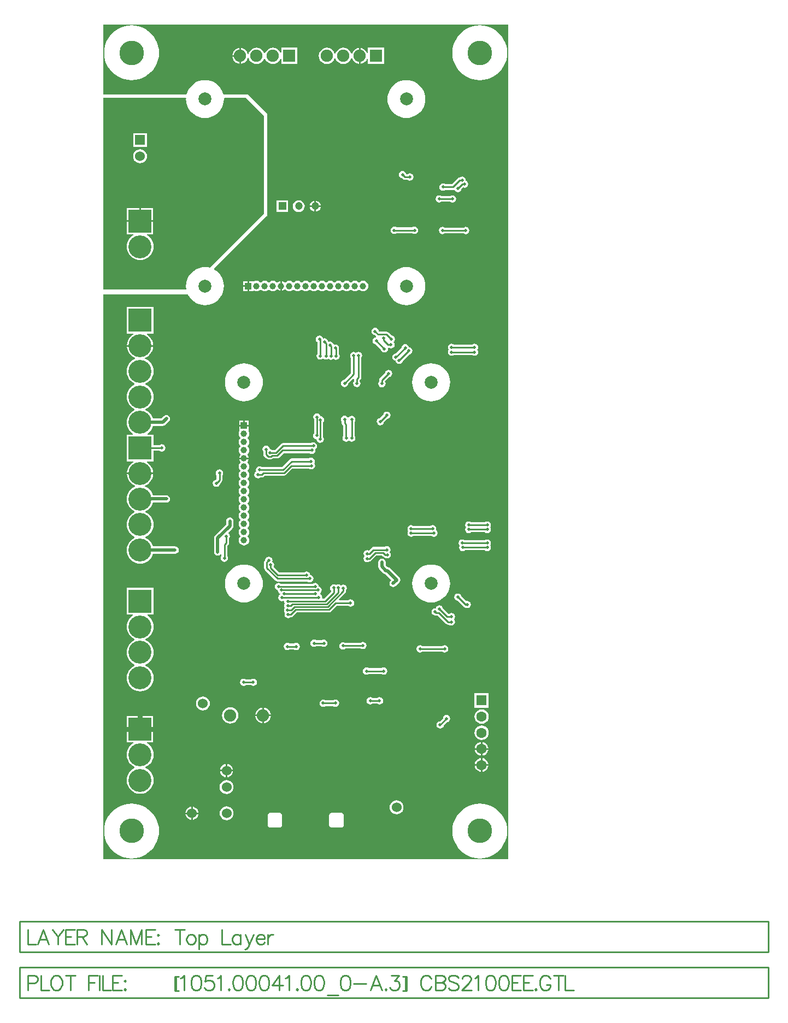
<source format=gtl>
G04 Layer_Physical_Order=1*
G04 Layer_Color=255*
%FSLAX24Y24*%
%MOIN*%
G70*
G01*
G75*
%ADD10C,0.0100*%
%ADD11C,0.0200*%
%ADD12C,0.0300*%
%ADD13R,0.1400X0.1400*%
%ADD14C,0.1400*%
%ADD15R,0.0394X0.0394*%
%ADD16C,0.0394*%
%ADD17C,0.0787*%
%ADD18R,0.0394X0.0394*%
%ADD19C,0.0600*%
%ADD20C,0.0750*%
%ADD21R,0.0750X0.0750*%
%ADD22R,0.0600X0.0600*%
%ADD23R,0.0472X0.0472*%
%ADD24C,0.0472*%
%ADD25C,0.1500*%
%ADD26R,0.0630X0.0630*%
%ADD27C,0.0630*%
%ADD28C,0.0200*%
G36*
X24852Y148D02*
X148D01*
Y34640D01*
X5312Y34640D01*
X5327Y34606D01*
X5422Y34451D01*
X5540Y34313D01*
X5678Y34195D01*
X5833Y34100D01*
X6000Y34030D01*
X6177Y33988D01*
X6358Y33973D01*
X6539Y33988D01*
X6716Y34030D01*
X6884Y34100D01*
X7039Y34195D01*
X7177Y34313D01*
X7295Y34451D01*
X7390Y34606D01*
X7459Y34774D01*
X7502Y34950D01*
X7516Y35131D01*
X7502Y35312D01*
X7459Y35489D01*
X7390Y35657D01*
X7295Y35812D01*
X7177Y35950D01*
X7039Y36068D01*
X6926Y36137D01*
X6918Y36201D01*
X10101Y39384D01*
X10148Y39365D01*
X10148Y39360D01*
X10148Y39268D01*
X10148Y37200D01*
Y39310D01*
X10148Y39318D01*
X10148Y39419D01*
Y43300D01*
X10148Y45650D01*
X8978Y46820D01*
X7480D01*
X7459Y46906D01*
X7390Y47074D01*
X7295Y47229D01*
X7177Y47367D01*
X7039Y47485D01*
X6884Y47580D01*
X6716Y47650D01*
X6539Y47692D01*
X6358Y47706D01*
X6177Y47692D01*
X6000Y47650D01*
X5833Y47580D01*
X5678Y47485D01*
X5540Y47367D01*
X5422Y47229D01*
X5327Y47074D01*
X5257Y46906D01*
X5236Y46820D01*
X148D01*
Y51102D01*
X24852D01*
Y148D01*
D02*
G37*
G36*
X9968Y45500D02*
X9968Y39560D01*
X6655Y36247D01*
X6539Y36275D01*
X6358Y36289D01*
X6177Y36275D01*
X6000Y36232D01*
X5833Y36163D01*
X5678Y36068D01*
X5540Y35950D01*
X5422Y35812D01*
X5327Y35657D01*
X5257Y35489D01*
X5215Y35312D01*
X5200Y35131D01*
X5213Y34970D01*
X5178Y34920D01*
X148Y34920D01*
Y46630D01*
X5170Y46630D01*
X5204Y46593D01*
X5200Y46549D01*
X5215Y46368D01*
X5257Y46191D01*
X5327Y46023D01*
X5422Y45868D01*
X5540Y45730D01*
X5678Y45612D01*
X5833Y45517D01*
X6000Y45447D01*
X6177Y45405D01*
X6358Y45391D01*
X6539Y45405D01*
X6716Y45447D01*
X6884Y45517D01*
X7039Y45612D01*
X7177Y45730D01*
X7295Y45868D01*
X7390Y46023D01*
X7459Y46191D01*
X7502Y46368D01*
X7516Y46549D01*
X7513Y46593D01*
X7546Y46630D01*
X8838Y46630D01*
X9968Y45500D01*
D02*
G37*
%LPC*%
G36*
X6228Y10083D02*
X6119Y10068D01*
X6017Y10026D01*
X5929Y9958D01*
X5862Y9871D01*
X5819Y9769D01*
X5805Y9659D01*
X5819Y9549D01*
X5862Y9447D01*
X5929Y9359D01*
X6017Y9292D01*
X6119Y9250D01*
X6228Y9235D01*
X6338Y9250D01*
X6440Y9292D01*
X6528Y9359D01*
X6595Y9447D01*
X6638Y9549D01*
X6652Y9659D01*
X6638Y9769D01*
X6595Y9871D01*
X6528Y9958D01*
X6440Y10026D01*
X6338Y10068D01*
X6228Y10083D01*
D02*
G37*
G36*
X3220Y16718D02*
X1580D01*
Y15078D01*
X1940D01*
X1952Y15029D01*
X1942Y15024D01*
X1817Y14921D01*
X1715Y14796D01*
X1639Y14654D01*
X1592Y14499D01*
X1576Y14339D01*
X1592Y14178D01*
X1639Y14023D01*
X1715Y13881D01*
X1817Y13756D01*
X1942Y13653D01*
X2068Y13586D01*
X2069Y13582D01*
Y13536D01*
X2068Y13532D01*
X1942Y13465D01*
X1817Y13362D01*
X1715Y13237D01*
X1639Y13095D01*
X1592Y12940D01*
X1576Y12780D01*
X1592Y12619D01*
X1639Y12464D01*
X1715Y12322D01*
X1817Y12197D01*
X1942Y12094D01*
X2068Y12027D01*
X2069Y12023D01*
Y11977D01*
X2068Y11973D01*
X1942Y11906D01*
X1817Y11803D01*
X1715Y11678D01*
X1639Y11536D01*
X1592Y11381D01*
X1576Y11220D01*
X1592Y11060D01*
X1639Y10905D01*
X1715Y10763D01*
X1817Y10638D01*
X1942Y10535D01*
X2085Y10459D01*
X2239Y10412D01*
X2400Y10396D01*
X2561Y10412D01*
X2715Y10459D01*
X2858Y10535D01*
X2983Y10638D01*
X3085Y10763D01*
X3161Y10905D01*
X3208Y11060D01*
X3224Y11220D01*
X3208Y11381D01*
X3161Y11536D01*
X3085Y11678D01*
X2983Y11803D01*
X2858Y11906D01*
X2732Y11973D01*
X2731Y11977D01*
Y12023D01*
X2732Y12027D01*
X2858Y12094D01*
X2983Y12197D01*
X3085Y12322D01*
X3161Y12464D01*
X3208Y12619D01*
X3224Y12780D01*
X3208Y12940D01*
X3161Y13095D01*
X3085Y13237D01*
X2983Y13362D01*
X2858Y13465D01*
X2732Y13532D01*
X2731Y13536D01*
Y13582D01*
X2732Y13586D01*
X2858Y13653D01*
X2983Y13756D01*
X3085Y13881D01*
X3161Y14023D01*
X3208Y14178D01*
X3224Y14339D01*
X3208Y14499D01*
X3161Y14654D01*
X3085Y14796D01*
X2983Y14921D01*
X2858Y15024D01*
X2848Y15029D01*
X2860Y15078D01*
X3220D01*
Y16718D01*
D02*
G37*
G36*
X23663Y10277D02*
X22793D01*
Y9408D01*
X23663D01*
Y10277D01*
D02*
G37*
G36*
X14316Y9900D02*
X14230Y9883D01*
X14179Y9849D01*
X13702D01*
X13652Y9883D01*
X13566Y9900D01*
X13480Y9883D01*
X13407Y9834D01*
X13359Y9762D01*
X13341Y9676D01*
X13359Y9590D01*
X13407Y9517D01*
X13480Y9469D01*
X13566Y9451D01*
X13652Y9469D01*
X13702Y9502D01*
X14179D01*
X14230Y9469D01*
X14316Y9451D01*
X14402Y9469D01*
X14474Y9517D01*
X14523Y9590D01*
X14540Y9676D01*
X14523Y9762D01*
X14474Y9834D01*
X14402Y9883D01*
X14316Y9900D01*
D02*
G37*
G36*
X17000Y10044D02*
X16914Y10027D01*
X16863Y9993D01*
X16577D01*
X16526Y10027D01*
X16440Y10044D01*
X16354Y10027D01*
X16281Y9979D01*
X16233Y9906D01*
X16216Y9820D01*
X16233Y9734D01*
X16281Y9661D01*
X16354Y9613D01*
X16440Y9596D01*
X16526Y9613D01*
X16577Y9647D01*
X16863D01*
X16914Y9613D01*
X17000Y9596D01*
X17086Y9613D01*
X17159Y9661D01*
X17207Y9734D01*
X17224Y9820D01*
X17207Y9906D01*
X17159Y9979D01*
X17086Y10027D01*
X17000Y10044D01*
D02*
G37*
G36*
X9950Y9403D02*
Y8980D01*
X10373D01*
X10363Y9054D01*
X10315Y9170D01*
X10239Y9269D01*
X10140Y9345D01*
X10024Y9393D01*
X9950Y9403D01*
D02*
G37*
G36*
X7900Y9429D02*
X7771Y9412D01*
X7650Y9362D01*
X7547Y9283D01*
X7468Y9180D01*
X7418Y9059D01*
X7401Y8930D01*
X7418Y8801D01*
X7468Y8680D01*
X7547Y8577D01*
X7650Y8498D01*
X7771Y8448D01*
X7900Y8431D01*
X8029Y8448D01*
X8150Y8498D01*
X8253Y8577D01*
X8332Y8680D01*
X8382Y8801D01*
X8399Y8930D01*
X8382Y9059D01*
X8332Y9180D01*
X8253Y9283D01*
X8150Y9362D01*
X8029Y9412D01*
X7900Y9429D01*
D02*
G37*
G36*
X23228Y9297D02*
X23115Y9282D01*
X23009Y9238D01*
X22918Y9168D01*
X22848Y9078D01*
X22805Y8972D01*
X22790Y8858D01*
X22805Y8745D01*
X22848Y8639D01*
X22918Y8548D01*
X23009Y8478D01*
X23115Y8435D01*
X23228Y8420D01*
X23342Y8435D01*
X23448Y8478D01*
X23539Y8548D01*
X23608Y8639D01*
X23652Y8745D01*
X23667Y8858D01*
X23652Y8972D01*
X23608Y9078D01*
X23539Y9168D01*
X23448Y9238D01*
X23342Y9282D01*
X23228Y9297D01*
D02*
G37*
G36*
X3200Y8887D02*
X2450D01*
Y8137D01*
X3200D01*
Y8887D01*
D02*
G37*
G36*
X9850Y9403D02*
X9776Y9393D01*
X9660Y9345D01*
X9561Y9269D01*
X9485Y9170D01*
X9437Y9054D01*
X9427Y8980D01*
X9850D01*
Y9403D01*
D02*
G37*
G36*
X10373Y8880D02*
X9950D01*
Y8457D01*
X10024Y8467D01*
X10140Y8515D01*
X10239Y8591D01*
X10315Y8690D01*
X10363Y8806D01*
X10373Y8880D01*
D02*
G37*
G36*
X9850D02*
X9427D01*
X9437Y8806D01*
X9485Y8690D01*
X9561Y8591D01*
X9660Y8515D01*
X9776Y8467D01*
X9850Y8457D01*
Y8880D01*
D02*
G37*
G36*
X9300Y11174D02*
X9214Y11157D01*
X9163Y11123D01*
X8857D01*
X8806Y11157D01*
X8720Y11174D01*
X8634Y11157D01*
X8561Y11109D01*
X8513Y11036D01*
X8496Y10950D01*
X8513Y10864D01*
X8561Y10791D01*
X8634Y10743D01*
X8720Y10726D01*
X8806Y10743D01*
X8857Y10777D01*
X9163D01*
X9214Y10743D01*
X9300Y10726D01*
X9386Y10743D01*
X9459Y10791D01*
X9507Y10864D01*
X9524Y10950D01*
X9507Y11036D01*
X9459Y11109D01*
X9386Y11157D01*
X9300Y11174D01*
D02*
G37*
G36*
X17150Y18504D02*
X17064Y18487D01*
X16991Y18439D01*
X16943Y18366D01*
X16926Y18280D01*
Y18010D01*
X16943Y17924D01*
X16991Y17851D01*
X17241Y17601D01*
X17314Y17553D01*
X17396Y17536D01*
X17733Y17200D01*
X17676Y17144D01*
X17628Y17071D01*
X17611Y16985D01*
X17628Y16899D01*
X17676Y16826D01*
X17749Y16778D01*
X17835Y16761D01*
X17921Y16778D01*
X17994Y16826D01*
X18209Y17041D01*
X18257Y17114D01*
X18274Y17200D01*
X18257Y17286D01*
X18209Y17359D01*
X17649Y17919D01*
X17576Y17967D01*
X17494Y17984D01*
X17374Y18103D01*
Y18280D01*
X17357Y18366D01*
X17309Y18439D01*
X17236Y18487D01*
X17150Y18504D01*
D02*
G37*
G36*
X20147Y18138D02*
X19966Y18124D01*
X19790Y18081D01*
X19622Y18012D01*
X19467Y17917D01*
X19329Y17799D01*
X19211Y17661D01*
X19116Y17506D01*
X19046Y17338D01*
X19004Y17161D01*
X18990Y16980D01*
X19004Y16799D01*
X19046Y16622D01*
X19116Y16454D01*
X19211Y16299D01*
X19329Y16161D01*
X19467Y16043D01*
X19622Y15948D01*
X19790Y15879D01*
X19966Y15836D01*
X20147Y15822D01*
X20328Y15836D01*
X20505Y15879D01*
X20673Y15948D01*
X20828Y16043D01*
X20966Y16161D01*
X21084Y16299D01*
X21179Y16454D01*
X21248Y16622D01*
X21291Y16799D01*
X21305Y16980D01*
X21291Y17161D01*
X21248Y17338D01*
X21179Y17506D01*
X21084Y17661D01*
X20966Y17799D01*
X20828Y17917D01*
X20673Y18012D01*
X20505Y18081D01*
X20328Y18124D01*
X20147Y18138D01*
D02*
G37*
G36*
X8730D02*
X8549Y18124D01*
X8372Y18081D01*
X8204Y18012D01*
X8049Y17917D01*
X7911Y17799D01*
X7793Y17661D01*
X7698Y17506D01*
X7629Y17338D01*
X7586Y17161D01*
X7572Y16980D01*
X7586Y16799D01*
X7629Y16622D01*
X7698Y16454D01*
X7793Y16299D01*
X7911Y16161D01*
X8049Y16043D01*
X8204Y15948D01*
X8372Y15879D01*
X8549Y15836D01*
X8730Y15822D01*
X8911Y15836D01*
X9088Y15879D01*
X9256Y15948D01*
X9411Y16043D01*
X9549Y16161D01*
X9667Y16299D01*
X9762Y16454D01*
X9831Y16622D01*
X9874Y16799D01*
X9888Y16980D01*
X9874Y17161D01*
X9831Y17338D01*
X9762Y17506D01*
X9667Y17661D01*
X9549Y17799D01*
X9411Y17917D01*
X9256Y18012D01*
X9088Y18081D01*
X8911Y18124D01*
X8730Y18138D01*
D02*
G37*
G36*
X3199Y23643D02*
X2400D01*
X1601D01*
X1612Y23536D01*
X1657Y23385D01*
X1732Y23246D01*
X1832Y23125D01*
X1953Y23025D01*
X2092Y22950D01*
X2097Y22949D01*
Y22899D01*
X2085Y22895D01*
X1942Y22819D01*
X1817Y22717D01*
X1715Y22592D01*
X1639Y22449D01*
X1592Y22295D01*
X1576Y22134D01*
X1592Y21973D01*
X1639Y21819D01*
X1715Y21676D01*
X1817Y21551D01*
X1942Y21449D01*
X2068Y21382D01*
X2069Y21378D01*
Y21331D01*
X2068Y21327D01*
X1942Y21260D01*
X1817Y21158D01*
X1715Y21033D01*
X1639Y20890D01*
X1592Y20736D01*
X1576Y20575D01*
X1592Y20414D01*
X1639Y20260D01*
X1715Y20117D01*
X1817Y19992D01*
X1942Y19890D01*
X2068Y19823D01*
X2069Y19819D01*
Y19772D01*
X2068Y19768D01*
X1942Y19701D01*
X1817Y19599D01*
X1715Y19474D01*
X1639Y19331D01*
X1592Y19177D01*
X1576Y19016D01*
X1592Y18855D01*
X1639Y18701D01*
X1715Y18558D01*
X1817Y18433D01*
X1942Y18331D01*
X2085Y18255D01*
X2239Y18208D01*
X2400Y18192D01*
X2561Y18208D01*
X2715Y18255D01*
X2858Y18331D01*
X2983Y18433D01*
X3085Y18558D01*
X3161Y18701D01*
X3190Y18796D01*
X4530D01*
X4616Y18813D01*
X4689Y18861D01*
X4737Y18934D01*
X4754Y19020D01*
X4737Y19106D01*
X4689Y19179D01*
X4616Y19227D01*
X4530Y19244D01*
X3188D01*
X3161Y19331D01*
X3085Y19474D01*
X2983Y19599D01*
X2858Y19701D01*
X2732Y19768D01*
X2731Y19772D01*
Y19819D01*
X2732Y19823D01*
X2858Y19890D01*
X2983Y19992D01*
X3085Y20117D01*
X3161Y20260D01*
X3208Y20414D01*
X3224Y20575D01*
X3208Y20736D01*
X3161Y20890D01*
X3085Y21033D01*
X2983Y21158D01*
X2858Y21260D01*
X2732Y21327D01*
X2731Y21331D01*
Y21378D01*
X2732Y21382D01*
X2858Y21449D01*
X2983Y21551D01*
X3085Y21676D01*
X3161Y21819D01*
X3192Y21921D01*
X4005D01*
X4091Y21938D01*
X4164Y21986D01*
X4212Y22059D01*
X4229Y22145D01*
X4212Y22231D01*
X4164Y22304D01*
X4091Y22352D01*
X4005Y22369D01*
X3186D01*
X3161Y22449D01*
X3085Y22592D01*
X2983Y22717D01*
X2858Y22819D01*
X2715Y22895D01*
X2703Y22899D01*
Y22949D01*
X2708Y22950D01*
X2847Y23025D01*
X2968Y23125D01*
X3068Y23246D01*
X3143Y23385D01*
X3188Y23536D01*
X3199Y23643D01*
D02*
G37*
G36*
X10250Y18624D02*
X10164Y18607D01*
X10091Y18559D01*
X10043Y18486D01*
X10031Y18426D01*
X10007Y18403D01*
X9970Y18346D01*
X9957Y18280D01*
Y17920D01*
X9970Y17854D01*
X10007Y17797D01*
X10647Y17157D01*
X10704Y17120D01*
X10770Y17107D01*
X12613D01*
X12664Y17073D01*
X12750Y17056D01*
X12836Y17073D01*
X12909Y17121D01*
X12957Y17194D01*
X12974Y17280D01*
X12957Y17366D01*
X12909Y17439D01*
X12836Y17487D01*
X12774Y17499D01*
X12774Y17500D01*
X12757Y17586D01*
X12709Y17659D01*
X12636Y17707D01*
X12550Y17724D01*
X12464Y17707D01*
X12413Y17673D01*
X10862D01*
X10539Y17997D01*
X10557Y18024D01*
X10574Y18110D01*
X10557Y18196D01*
X10509Y18269D01*
X10452Y18306D01*
X10457Y18314D01*
X10474Y18400D01*
X10457Y18486D01*
X10409Y18559D01*
X10336Y18607D01*
X10250Y18624D01*
D02*
G37*
G36*
X13070Y17024D02*
X12984Y17007D01*
X12933Y16973D01*
X10977D01*
X10926Y17007D01*
X10840Y17024D01*
X10754Y17007D01*
X10681Y16959D01*
X10633Y16886D01*
X10616Y16800D01*
X10633Y16714D01*
X10681Y16641D01*
X10754Y16593D01*
X10797Y16584D01*
X10796Y16580D01*
X10813Y16494D01*
X10861Y16421D01*
X10934Y16373D01*
X10945Y16371D01*
X10951Y16318D01*
X10891Y16279D01*
X10843Y16206D01*
X10826Y16120D01*
X10843Y16034D01*
X10891Y15961D01*
X10964Y15913D01*
X11050Y15896D01*
X11136Y15913D01*
X11137Y15914D01*
X11154Y15909D01*
X11188Y15888D01*
X11203Y15814D01*
X11236Y15765D01*
X11203Y15716D01*
X11186Y15630D01*
X11203Y15544D01*
X11231Y15502D01*
X11193Y15446D01*
X11176Y15360D01*
X11193Y15274D01*
X11241Y15203D01*
X11223Y15176D01*
X11206Y15090D01*
X11223Y15004D01*
X11271Y14931D01*
X11344Y14883D01*
X11430Y14866D01*
X11516Y14883D01*
X11567Y14917D01*
X11590D01*
X11657Y14930D01*
X11713Y14967D01*
X11962Y15217D01*
X13930D01*
X13996Y15230D01*
X14053Y15267D01*
X14402Y15617D01*
X15093D01*
X15144Y15583D01*
X15230Y15566D01*
X15316Y15583D01*
X15389Y15631D01*
X15437Y15704D01*
X15454Y15790D01*
X15437Y15876D01*
X15389Y15949D01*
X15316Y15997D01*
X15230Y16014D01*
X15144Y15997D01*
X15093Y15963D01*
X14555D01*
X14535Y16010D01*
X14913Y16387D01*
X14950Y16443D01*
X14963Y16509D01*
Y16563D01*
X14997Y16614D01*
X15014Y16700D01*
X14997Y16786D01*
X14949Y16859D01*
X14876Y16907D01*
X14790Y16924D01*
X14704Y16907D01*
X14641Y16865D01*
X14639Y16869D01*
X14566Y16917D01*
X14480Y16934D01*
X14394Y16917D01*
X14345Y16884D01*
X14296Y16917D01*
X14210Y16934D01*
X14124Y16917D01*
X14051Y16869D01*
X14003Y16796D01*
X13986Y16710D01*
X14003Y16624D01*
X14037Y16573D01*
Y16482D01*
X13628Y16073D01*
X13530D01*
X13499Y16112D01*
X13504Y16140D01*
X13487Y16226D01*
X13439Y16299D01*
X13377Y16340D01*
X13370Y16380D01*
X13372Y16397D01*
X13409Y16421D01*
X13457Y16494D01*
X13474Y16580D01*
X13457Y16666D01*
X13409Y16739D01*
X13336Y16787D01*
X13293Y16796D01*
X13294Y16800D01*
X13277Y16886D01*
X13229Y16959D01*
X13156Y17007D01*
X13070Y17024D01*
D02*
G37*
G36*
X21780Y16374D02*
X21694Y16357D01*
X21621Y16309D01*
X21573Y16236D01*
X21556Y16150D01*
X21573Y16064D01*
X21621Y15991D01*
X21694Y15943D01*
X21767Y15928D01*
X22117Y15577D01*
X22174Y15540D01*
X22202Y15534D01*
X22264Y15493D01*
X22350Y15476D01*
X22436Y15493D01*
X22509Y15541D01*
X22557Y15614D01*
X22574Y15700D01*
X22557Y15786D01*
X22509Y15859D01*
X22436Y15907D01*
X22350Y15924D01*
X22276Y15910D01*
X21997Y16188D01*
X21987Y16236D01*
X21939Y16309D01*
X21866Y16357D01*
X21780Y16374D01*
D02*
G37*
G36*
X11920Y13364D02*
X11834Y13347D01*
X11783Y13313D01*
X11517D01*
X11466Y13347D01*
X11380Y13364D01*
X11294Y13347D01*
X11221Y13299D01*
X11173Y13226D01*
X11156Y13140D01*
X11173Y13054D01*
X11221Y12981D01*
X11294Y12933D01*
X11380Y12916D01*
X11466Y12933D01*
X11517Y12967D01*
X11783D01*
X11834Y12933D01*
X11920Y12916D01*
X12006Y12933D01*
X12079Y12981D01*
X12127Y13054D01*
X12144Y13140D01*
X12127Y13226D01*
X12079Y13299D01*
X12006Y13347D01*
X11920Y13364D01*
D02*
G37*
G36*
X20970Y13214D02*
X20884Y13197D01*
X20833Y13163D01*
X19617D01*
X19566Y13197D01*
X19480Y13214D01*
X19394Y13197D01*
X19321Y13149D01*
X19273Y13076D01*
X19256Y12990D01*
X19273Y12904D01*
X19321Y12831D01*
X19394Y12783D01*
X19480Y12766D01*
X19566Y12783D01*
X19617Y12817D01*
X20833D01*
X20884Y12783D01*
X20970Y12766D01*
X21056Y12783D01*
X21129Y12831D01*
X21177Y12904D01*
X21194Y12990D01*
X21177Y13076D01*
X21129Y13149D01*
X21056Y13197D01*
X20970Y13214D01*
D02*
G37*
G36*
X17260Y11864D02*
X17174Y11847D01*
X17123Y11813D01*
X16347D01*
X16296Y11847D01*
X16210Y11864D01*
X16124Y11847D01*
X16051Y11799D01*
X16003Y11726D01*
X15986Y11640D01*
X16003Y11554D01*
X16051Y11481D01*
X16124Y11433D01*
X16210Y11416D01*
X16296Y11433D01*
X16347Y11467D01*
X17123D01*
X17174Y11433D01*
X17260Y11416D01*
X17346Y11433D01*
X17419Y11481D01*
X17467Y11554D01*
X17484Y11640D01*
X17467Y11726D01*
X17419Y11799D01*
X17346Y11847D01*
X17260Y11864D01*
D02*
G37*
G36*
X20660Y15644D02*
X20574Y15627D01*
X20501Y15579D01*
X20453Y15506D01*
X20445Y15465D01*
X20400Y15474D01*
X20314Y15457D01*
X20241Y15409D01*
X20193Y15336D01*
X20176Y15250D01*
X20193Y15164D01*
X20241Y15091D01*
X20314Y15043D01*
X20400Y15026D01*
X20427Y15031D01*
X20450Y15027D01*
X20558D01*
X21067Y14517D01*
X21124Y14480D01*
X21190Y14467D01*
X21190Y14467D01*
X21243D01*
X21294Y14433D01*
X21380Y14416D01*
X21466Y14433D01*
X21539Y14481D01*
X21587Y14554D01*
X21604Y14640D01*
X21587Y14726D01*
X21540Y14796D01*
X21547Y14801D01*
X21596Y14874D01*
X21613Y14960D01*
X21596Y15046D01*
X21547Y15119D01*
X21475Y15167D01*
X21389Y15184D01*
X21303Y15167D01*
X21252Y15133D01*
X21192D01*
X20879Y15446D01*
X20867Y15506D01*
X20819Y15579D01*
X20746Y15627D01*
X20660Y15644D01*
D02*
G37*
G36*
X13610Y13564D02*
X13524Y13547D01*
X13473Y13513D01*
X13147D01*
X13096Y13547D01*
X13010Y13564D01*
X12924Y13547D01*
X12851Y13499D01*
X12803Y13426D01*
X12786Y13340D01*
X12803Y13254D01*
X12851Y13181D01*
X12924Y13133D01*
X13010Y13116D01*
X13096Y13133D01*
X13147Y13167D01*
X13473D01*
X13524Y13133D01*
X13610Y13116D01*
X13696Y13133D01*
X13769Y13181D01*
X13817Y13254D01*
X13834Y13340D01*
X13817Y13426D01*
X13769Y13499D01*
X13696Y13547D01*
X13610Y13564D01*
D02*
G37*
G36*
X15980Y13424D02*
X15894Y13407D01*
X15843Y13373D01*
X14877D01*
X14856Y13387D01*
X14770Y13404D01*
X14684Y13387D01*
X14611Y13339D01*
X14563Y13266D01*
X14546Y13180D01*
X14563Y13094D01*
X14611Y13021D01*
X14684Y12973D01*
X14770Y12956D01*
X14856Y12973D01*
X14929Y13021D01*
X14932Y13027D01*
X15843D01*
X15894Y12993D01*
X15980Y12976D01*
X16066Y12993D01*
X16139Y13041D01*
X16187Y13114D01*
X16204Y13200D01*
X16187Y13286D01*
X16139Y13359D01*
X16066Y13407D01*
X15980Y13424D01*
D02*
G37*
G36*
X2350Y8887D02*
X1600D01*
Y8137D01*
X2350D01*
Y8887D01*
D02*
G37*
G36*
X5611Y3355D02*
Y3008D01*
X5958D01*
X5951Y3063D01*
X5910Y3160D01*
X5846Y3244D01*
X5763Y3308D01*
X5666Y3348D01*
X5611Y3355D01*
D02*
G37*
G36*
X5511D02*
X5457Y3348D01*
X5359Y3308D01*
X5276Y3244D01*
X5212Y3160D01*
X5171Y3063D01*
X5164Y3008D01*
X5511D01*
Y3355D01*
D02*
G37*
G36*
X18041Y3742D02*
X17931Y3728D01*
X17829Y3685D01*
X17742Y3618D01*
X17674Y3530D01*
X17632Y3428D01*
X17617Y3318D01*
X17632Y3209D01*
X17674Y3107D01*
X17742Y3019D01*
X17829Y2952D01*
X17931Y2909D01*
X18041Y2895D01*
X18151Y2909D01*
X18253Y2952D01*
X18341Y3019D01*
X18408Y3107D01*
X18450Y3209D01*
X18465Y3318D01*
X18450Y3428D01*
X18408Y3530D01*
X18341Y3618D01*
X18253Y3685D01*
X18151Y3728D01*
X18041Y3742D01*
D02*
G37*
G36*
X7620Y5510D02*
X7273D01*
X7280Y5456D01*
X7321Y5358D01*
X7385Y5275D01*
X7468Y5211D01*
X7566Y5170D01*
X7620Y5163D01*
Y5510D01*
D02*
G37*
G36*
X3200Y8037D02*
X2400D01*
X1600D01*
Y7287D01*
X1978D01*
X1990Y7238D01*
X1942Y7213D01*
X1817Y7110D01*
X1715Y6985D01*
X1639Y6843D01*
X1592Y6688D01*
X1576Y6528D01*
X1592Y6367D01*
X1639Y6212D01*
X1715Y6070D01*
X1817Y5945D01*
X1942Y5842D01*
X2068Y5775D01*
X2069Y5771D01*
Y5725D01*
X2068Y5721D01*
X1942Y5654D01*
X1817Y5551D01*
X1715Y5426D01*
X1639Y5284D01*
X1592Y5129D01*
X1576Y4969D01*
X1592Y4808D01*
X1639Y4653D01*
X1715Y4511D01*
X1817Y4386D01*
X1942Y4283D01*
X2085Y4207D01*
X2239Y4160D01*
X2400Y4145D01*
X2561Y4160D01*
X2715Y4207D01*
X2858Y4283D01*
X2983Y4386D01*
X3085Y4511D01*
X3161Y4653D01*
X3208Y4808D01*
X3224Y4969D01*
X3208Y5129D01*
X3161Y5284D01*
X3085Y5426D01*
X2983Y5551D01*
X2858Y5654D01*
X2732Y5721D01*
X2731Y5725D01*
Y5771D01*
X2732Y5775D01*
X2858Y5842D01*
X2983Y5945D01*
X3085Y6070D01*
X3161Y6212D01*
X3208Y6367D01*
X3224Y6528D01*
X3208Y6688D01*
X3161Y6843D01*
X3085Y6985D01*
X2983Y7110D01*
X2858Y7213D01*
X2810Y7238D01*
X2822Y7287D01*
X3200D01*
Y8037D01*
D02*
G37*
G36*
X7670Y4984D02*
X7560Y4969D01*
X7458Y4927D01*
X7370Y4860D01*
X7303Y4772D01*
X7261Y4670D01*
X7246Y4560D01*
X7261Y4450D01*
X7303Y4348D01*
X7370Y4260D01*
X7458Y4193D01*
X7560Y4151D01*
X7670Y4136D01*
X7780Y4151D01*
X7882Y4193D01*
X7970Y4260D01*
X8037Y4348D01*
X8079Y4450D01*
X8094Y4560D01*
X8079Y4670D01*
X8037Y4772D01*
X7970Y4860D01*
X7882Y4927D01*
X7780Y4969D01*
X7670Y4984D01*
D02*
G37*
G36*
X5958Y2908D02*
X5611D01*
Y2562D01*
X5666Y2569D01*
X5763Y2609D01*
X5846Y2673D01*
X5910Y2757D01*
X5951Y2854D01*
X5958Y2908D01*
D02*
G37*
G36*
X10945Y2975D02*
X10295D01*
X10248Y2965D01*
X10209Y2939D01*
X10182Y2899D01*
X10173Y2852D01*
Y2222D01*
X10182Y2176D01*
X10209Y2136D01*
X10248Y2109D01*
X10295Y2100D01*
X10945D01*
X10992Y2109D01*
X11031Y2136D01*
X11058Y2176D01*
X11067Y2222D01*
Y2852D01*
X11058Y2899D01*
X11031Y2939D01*
X10992Y2965D01*
X10945Y2975D01*
D02*
G37*
G36*
X23120Y3554D02*
X22902Y3539D01*
X22687Y3497D01*
X22480Y3426D01*
X22283Y3329D01*
X22101Y3208D01*
X21937Y3063D01*
X21792Y2899D01*
X21671Y2717D01*
X21574Y2520D01*
X21503Y2313D01*
X21461Y2098D01*
X21446Y1880D01*
X21461Y1662D01*
X21503Y1447D01*
X21574Y1240D01*
X21671Y1043D01*
X21792Y861D01*
X21937Y697D01*
X22101Y552D01*
X22283Y431D01*
X22480Y334D01*
X22687Y263D01*
X22902Y221D01*
X23120Y206D01*
X23338Y221D01*
X23553Y263D01*
X23760Y334D01*
X23957Y431D01*
X24139Y552D01*
X24303Y697D01*
X24448Y861D01*
X24569Y1043D01*
X24666Y1240D01*
X24737Y1447D01*
X24779Y1662D01*
X24794Y1880D01*
X24779Y2098D01*
X24737Y2313D01*
X24666Y2520D01*
X24569Y2717D01*
X24448Y2899D01*
X24303Y3063D01*
X24139Y3208D01*
X23957Y3329D01*
X23760Y3426D01*
X23553Y3497D01*
X23338Y3539D01*
X23120Y3554D01*
D02*
G37*
G36*
X1880D02*
X1662Y3539D01*
X1447Y3497D01*
X1240Y3426D01*
X1043Y3329D01*
X861Y3208D01*
X697Y3063D01*
X552Y2899D01*
X431Y2717D01*
X334Y2520D01*
X263Y2313D01*
X221Y2098D01*
X206Y1880D01*
X221Y1662D01*
X263Y1447D01*
X334Y1240D01*
X431Y1043D01*
X552Y861D01*
X697Y697D01*
X861Y552D01*
X1043Y431D01*
X1240Y334D01*
X1447Y263D01*
X1662Y221D01*
X1880Y206D01*
X2098Y221D01*
X2313Y263D01*
X2520Y334D01*
X2717Y431D01*
X2899Y552D01*
X3063Y697D01*
X3208Y861D01*
X3329Y1043D01*
X3426Y1240D01*
X3497Y1447D01*
X3539Y1662D01*
X3554Y1880D01*
X3539Y2098D01*
X3497Y2313D01*
X3426Y2520D01*
X3329Y2717D01*
X3208Y2899D01*
X3063Y3063D01*
X2899Y3208D01*
X2717Y3329D01*
X2520Y3426D01*
X2313Y3497D01*
X2098Y3539D01*
X1880Y3554D01*
D02*
G37*
G36*
X5511Y2908D02*
X5164D01*
X5171Y2854D01*
X5212Y2757D01*
X5276Y2673D01*
X5359Y2609D01*
X5457Y2569D01*
X5511Y2562D01*
Y2908D01*
D02*
G37*
G36*
X7671Y3382D02*
X7561Y3368D01*
X7459Y3325D01*
X7372Y3258D01*
X7304Y3170D01*
X7262Y3068D01*
X7247Y2958D01*
X7262Y2849D01*
X7304Y2747D01*
X7372Y2659D01*
X7459Y2592D01*
X7561Y2549D01*
X7671Y2535D01*
X7781Y2549D01*
X7883Y2592D01*
X7971Y2659D01*
X8038Y2747D01*
X8080Y2849D01*
X8095Y2958D01*
X8080Y3068D01*
X8038Y3170D01*
X7971Y3258D01*
X7883Y3325D01*
X7781Y3368D01*
X7671Y3382D01*
D02*
G37*
G36*
X14705Y2975D02*
X14055D01*
X14008Y2965D01*
X13969Y2939D01*
X13942Y2899D01*
X13933Y2852D01*
Y2222D01*
X13942Y2176D01*
X13969Y2136D01*
X14008Y2109D01*
X14055Y2100D01*
X14705D01*
X14752Y2109D01*
X14791Y2136D01*
X14818Y2176D01*
X14827Y2222D01*
Y2852D01*
X14818Y2899D01*
X14791Y2939D01*
X14752Y2965D01*
X14705Y2975D01*
D02*
G37*
G36*
X23178Y7302D02*
X23120Y7294D01*
X23019Y7252D01*
X22932Y7186D01*
X22866Y7099D01*
X22824Y6998D01*
X22816Y6940D01*
X23178D01*
Y7302D01*
D02*
G37*
G36*
Y6840D02*
X22816D01*
X22824Y6781D01*
X22866Y6680D01*
X22932Y6594D01*
X23019Y6527D01*
X23120Y6485D01*
X23178Y6478D01*
Y6840D01*
D02*
G37*
G36*
X23640D02*
X23278D01*
Y6478D01*
X23337Y6485D01*
X23438Y6527D01*
X23524Y6594D01*
X23591Y6680D01*
X23633Y6781D01*
X23640Y6840D01*
D02*
G37*
G36*
X21090Y8964D02*
X21004Y8947D01*
X20931Y8899D01*
X20883Y8826D01*
X20871Y8766D01*
X20674Y8569D01*
X20614Y8557D01*
X20541Y8509D01*
X20493Y8436D01*
X20476Y8350D01*
X20493Y8264D01*
X20541Y8191D01*
X20614Y8143D01*
X20700Y8126D01*
X20786Y8143D01*
X20859Y8191D01*
X20907Y8264D01*
X20919Y8324D01*
X21116Y8521D01*
X21176Y8533D01*
X21249Y8581D01*
X21297Y8654D01*
X21314Y8740D01*
X21297Y8826D01*
X21249Y8899D01*
X21176Y8947D01*
X21090Y8964D01*
D02*
G37*
G36*
X23228Y8313D02*
X23115Y8298D01*
X23009Y8254D01*
X22918Y8184D01*
X22848Y8093D01*
X22805Y7988D01*
X22790Y7874D01*
X22805Y7760D01*
X22848Y7655D01*
X22918Y7564D01*
X23009Y7494D01*
X23115Y7450D01*
X23228Y7435D01*
X23342Y7450D01*
X23448Y7494D01*
X23539Y7564D01*
X23608Y7655D01*
X23652Y7760D01*
X23667Y7874D01*
X23652Y7988D01*
X23608Y8093D01*
X23539Y8184D01*
X23448Y8254D01*
X23342Y8298D01*
X23228Y8313D01*
D02*
G37*
G36*
X23278Y7302D02*
Y6940D01*
X23640D01*
X23633Y6998D01*
X23591Y7099D01*
X23524Y7186D01*
X23438Y7252D01*
X23337Y7294D01*
X23278Y7302D01*
D02*
G37*
G36*
X23278Y6317D02*
Y5956D01*
X23640D01*
X23633Y6014D01*
X23591Y6115D01*
X23524Y6201D01*
X23438Y6268D01*
X23337Y6310D01*
X23278Y6317D01*
D02*
G37*
G36*
X23640Y5856D02*
X23278D01*
Y5494D01*
X23337Y5501D01*
X23438Y5543D01*
X23524Y5610D01*
X23591Y5696D01*
X23633Y5797D01*
X23640Y5856D01*
D02*
G37*
G36*
X23178D02*
X22816D01*
X22824Y5797D01*
X22866Y5696D01*
X22932Y5610D01*
X23019Y5543D01*
X23120Y5501D01*
X23178Y5494D01*
Y5856D01*
D02*
G37*
G36*
X8067Y5510D02*
X7720D01*
Y5163D01*
X7774Y5170D01*
X7872Y5211D01*
X7955Y5275D01*
X8019Y5358D01*
X8060Y5456D01*
X8067Y5510D01*
D02*
G37*
G36*
X23178Y6317D02*
X23120Y6310D01*
X23019Y6268D01*
X22932Y6201D01*
X22866Y6115D01*
X22824Y6014D01*
X22816Y5956D01*
X23178D01*
Y6317D01*
D02*
G37*
G36*
X7720Y5957D02*
Y5610D01*
X8067D01*
X8060Y5664D01*
X8019Y5762D01*
X7955Y5845D01*
X7872Y5909D01*
X7774Y5950D01*
X7720Y5957D01*
D02*
G37*
G36*
X7620Y5957D02*
X7566Y5950D01*
X7468Y5909D01*
X7385Y5845D01*
X7321Y5762D01*
X7280Y5664D01*
X7273Y5610D01*
X7620D01*
Y5957D01*
D02*
G37*
G36*
X7870Y21024D02*
X7784Y21007D01*
X7711Y20959D01*
X7663Y20886D01*
X7646Y20800D01*
Y20593D01*
X6971Y19919D01*
X6923Y19846D01*
X6906Y19760D01*
Y19210D01*
Y18900D01*
X6923Y18814D01*
X6971Y18741D01*
X7044Y18693D01*
X7130Y18676D01*
X7216Y18693D01*
X7289Y18741D01*
X7317Y18783D01*
X7367Y18768D01*
Y18667D01*
X7333Y18616D01*
X7316Y18530D01*
X7333Y18444D01*
X7381Y18371D01*
X7454Y18323D01*
X7540Y18306D01*
X7626Y18323D01*
X7699Y18371D01*
X7747Y18444D01*
X7764Y18530D01*
X7747Y18616D01*
X7713Y18667D01*
Y19279D01*
X7783Y19348D01*
X7820Y19404D01*
X7833Y19470D01*
X7833Y19470D01*
Y19733D01*
X7867Y19784D01*
X7884Y19870D01*
X7867Y19956D01*
X7819Y20029D01*
X7790Y20048D01*
X7785Y20098D01*
X8029Y20341D01*
X8077Y20414D01*
X8094Y20500D01*
Y20800D01*
X8077Y20886D01*
X8029Y20959D01*
X7956Y21007D01*
X7870Y21024D01*
D02*
G37*
G36*
X13030Y39960D02*
X12747D01*
X12752Y39922D01*
X12786Y39840D01*
X12840Y39770D01*
X12910Y39716D01*
X12992Y39682D01*
X13030Y39677D01*
Y39960D01*
D02*
G37*
G36*
X11436Y40366D02*
X10724D01*
Y39654D01*
X11436D01*
Y40366D01*
D02*
G37*
G36*
X12080Y40369D02*
X11987Y40357D01*
X11900Y40321D01*
X11826Y40264D01*
X11769Y40190D01*
X11733Y40103D01*
X11721Y40010D01*
X11733Y39917D01*
X11769Y39830D01*
X11826Y39756D01*
X11900Y39699D01*
X11987Y39663D01*
X12080Y39651D01*
X12173Y39663D01*
X12260Y39699D01*
X12334Y39756D01*
X12391Y39830D01*
X12427Y39917D01*
X12439Y40010D01*
X12427Y40103D01*
X12391Y40190D01*
X12334Y40264D01*
X12260Y40321D01*
X12173Y40357D01*
X12080Y40369D01*
D02*
G37*
G36*
X13130Y40343D02*
Y40060D01*
X13413D01*
X13408Y40098D01*
X13374Y40180D01*
X13320Y40250D01*
X13250Y40304D01*
X13168Y40338D01*
X13130Y40343D01*
D02*
G37*
G36*
X13030D02*
X12992Y40338D01*
X12910Y40304D01*
X12840Y40250D01*
X12786Y40180D01*
X12752Y40098D01*
X12747Y40060D01*
X13030D01*
Y40343D01*
D02*
G37*
G36*
X13413Y39960D02*
X13130D01*
Y39677D01*
X13168Y39682D01*
X13250Y39716D01*
X13320Y39770D01*
X13374Y39840D01*
X13408Y39922D01*
X13413Y39960D01*
D02*
G37*
G36*
X16000Y35455D02*
X15917Y35444D01*
X15840Y35412D01*
X15783Y35368D01*
X15750Y35364D01*
X15717Y35368D01*
X15660Y35412D01*
X15583Y35444D01*
X15500Y35455D01*
X15417Y35444D01*
X15340Y35412D01*
X15283Y35368D01*
X15250Y35364D01*
X15217Y35368D01*
X15160Y35412D01*
X15083Y35444D01*
X15000Y35455D01*
X14917Y35444D01*
X14840Y35412D01*
X14783Y35368D01*
X14750Y35364D01*
X14717Y35368D01*
X14660Y35412D01*
X14583Y35444D01*
X14500Y35455D01*
X14417Y35444D01*
X14340Y35412D01*
X14283Y35368D01*
X14250Y35364D01*
X14217Y35368D01*
X14160Y35412D01*
X14083Y35444D01*
X14000Y35455D01*
X13917Y35444D01*
X13840Y35412D01*
X13783Y35368D01*
X13750Y35364D01*
X13717Y35368D01*
X13660Y35412D01*
X13583Y35444D01*
X13500Y35455D01*
X13417Y35444D01*
X13340Y35412D01*
X13283Y35368D01*
X13250Y35364D01*
X13217Y35368D01*
X13160Y35412D01*
X13083Y35444D01*
X13000Y35455D01*
X12917Y35444D01*
X12840Y35412D01*
X12783Y35368D01*
X12750Y35364D01*
X12717Y35368D01*
X12660Y35412D01*
X12583Y35444D01*
X12500Y35455D01*
X12417Y35444D01*
X12340Y35412D01*
X12283Y35368D01*
X12250Y35364D01*
X12217Y35368D01*
X12160Y35412D01*
X12083Y35444D01*
X12000Y35455D01*
X11917Y35444D01*
X11840Y35412D01*
X11783Y35368D01*
X11750Y35364D01*
X11717Y35368D01*
X11660Y35412D01*
X11583Y35444D01*
X11500Y35455D01*
X11417Y35444D01*
X11340Y35412D01*
X11274Y35361D01*
X11262Y35346D01*
X11212D01*
X11212Y35347D01*
X11150Y35394D01*
X11077Y35424D01*
X11050Y35428D01*
Y35135D01*
Y34842D01*
X11077Y34846D01*
X11150Y34876D01*
X11212Y34923D01*
X11212Y34924D01*
X11262D01*
X11274Y34909D01*
X11340Y34858D01*
X11417Y34826D01*
X11500Y34815D01*
X11583Y34826D01*
X11660Y34858D01*
X11717Y34902D01*
X11750Y34906D01*
X11783Y34902D01*
X11840Y34858D01*
X11917Y34826D01*
X12000Y34815D01*
X12083Y34826D01*
X12160Y34858D01*
X12217Y34902D01*
X12250Y34906D01*
X12283Y34902D01*
X12340Y34858D01*
X12417Y34826D01*
X12500Y34815D01*
X12583Y34826D01*
X12660Y34858D01*
X12717Y34902D01*
X12750Y34906D01*
X12783Y34902D01*
X12840Y34858D01*
X12917Y34826D01*
X13000Y34815D01*
X13083Y34826D01*
X13160Y34858D01*
X13217Y34902D01*
X13250Y34906D01*
X13283Y34902D01*
X13340Y34858D01*
X13417Y34826D01*
X13500Y34815D01*
X13583Y34826D01*
X13660Y34858D01*
X13717Y34902D01*
X13750Y34906D01*
X13783Y34902D01*
X13840Y34858D01*
X13917Y34826D01*
X14000Y34815D01*
X14083Y34826D01*
X14160Y34858D01*
X14217Y34902D01*
X14250Y34906D01*
X14283Y34902D01*
X14340Y34858D01*
X14417Y34826D01*
X14500Y34815D01*
X14583Y34826D01*
X14660Y34858D01*
X14717Y34902D01*
X14750Y34906D01*
X14783Y34902D01*
X14840Y34858D01*
X14917Y34826D01*
X15000Y34815D01*
X15083Y34826D01*
X15160Y34858D01*
X15217Y34902D01*
X15250Y34906D01*
X15283Y34902D01*
X15340Y34858D01*
X15417Y34826D01*
X15500Y34815D01*
X15583Y34826D01*
X15660Y34858D01*
X15717Y34902D01*
X15750Y34906D01*
X15783Y34902D01*
X15840Y34858D01*
X15917Y34826D01*
X16000Y34815D01*
X16083Y34826D01*
X16160Y34858D01*
X16226Y34909D01*
X16277Y34975D01*
X16309Y35052D01*
X16320Y35135D01*
X16309Y35218D01*
X16277Y35295D01*
X16226Y35361D01*
X16160Y35412D01*
X16083Y35444D01*
X16000Y35455D01*
D02*
G37*
G36*
X10500D02*
X10417Y35444D01*
X10340Y35412D01*
X10283Y35368D01*
X10250Y35364D01*
X10217Y35368D01*
X10160Y35412D01*
X10083Y35444D01*
X10000Y35455D01*
X9917Y35444D01*
X9840Y35412D01*
X9783Y35368D01*
X9750Y35364D01*
X9717Y35368D01*
X9660Y35412D01*
X9583Y35444D01*
X9500Y35455D01*
X9417Y35444D01*
X9347Y35414D01*
X9297Y35432D01*
Y35432D01*
X9050D01*
Y35135D01*
Y34838D01*
X9297D01*
X9297Y34838D01*
X9347Y34855D01*
X9417Y34826D01*
X9500Y34815D01*
X9583Y34826D01*
X9660Y34858D01*
X9717Y34902D01*
X9750Y34906D01*
X9783Y34902D01*
X9840Y34858D01*
X9917Y34826D01*
X10000Y34815D01*
X10083Y34826D01*
X10160Y34858D01*
X10217Y34902D01*
X10250Y34906D01*
X10283Y34902D01*
X10340Y34858D01*
X10417Y34826D01*
X10500Y34815D01*
X10583Y34826D01*
X10660Y34858D01*
X10726Y34909D01*
X10738Y34924D01*
X10788D01*
X10788Y34923D01*
X10850Y34876D01*
X10922Y34846D01*
X10950Y34842D01*
Y35135D01*
Y35428D01*
X10922Y35424D01*
X10850Y35394D01*
X10788Y35347D01*
X10788Y35346D01*
X10738D01*
X10726Y35361D01*
X10660Y35412D01*
X10583Y35444D01*
X10500Y35455D01*
D02*
G37*
G36*
X19140Y38764D02*
X19054Y38747D01*
X19003Y38713D01*
X18037D01*
X17986Y38747D01*
X17900Y38764D01*
X17814Y38747D01*
X17741Y38699D01*
X17693Y38626D01*
X17676Y38540D01*
X17693Y38454D01*
X17741Y38381D01*
X17814Y38333D01*
X17900Y38316D01*
X17986Y38333D01*
X18037Y38367D01*
X19003D01*
X19054Y38333D01*
X19140Y38316D01*
X19226Y38333D01*
X19299Y38381D01*
X19347Y38454D01*
X19364Y38540D01*
X19347Y38626D01*
X19299Y38699D01*
X19226Y38747D01*
X19140Y38764D01*
D02*
G37*
G36*
X20850Y38754D02*
X20764Y38737D01*
X20691Y38689D01*
X20643Y38616D01*
X20626Y38530D01*
X20643Y38444D01*
X20691Y38371D01*
X20764Y38323D01*
X20850Y38306D01*
X20936Y38323D01*
X20987Y38357D01*
X22108D01*
X22174Y38313D01*
X22260Y38296D01*
X22346Y38313D01*
X22419Y38361D01*
X22467Y38434D01*
X22484Y38520D01*
X22467Y38606D01*
X22419Y38679D01*
X22346Y38727D01*
X22260Y38744D01*
X22174Y38727D01*
X22138Y38703D01*
X20987D01*
X20936Y38737D01*
X20850Y38754D01*
D02*
G37*
G36*
X8450Y49653D02*
X8376Y49643D01*
X8260Y49595D01*
X8161Y49519D01*
X8085Y49420D01*
X8037Y49304D01*
X8027Y49230D01*
X8450D01*
Y49653D01*
D02*
G37*
G36*
Y49130D02*
X8027D01*
X8037Y49056D01*
X8085Y48940D01*
X8161Y48841D01*
X8260Y48765D01*
X8376Y48717D01*
X8450Y48707D01*
Y49130D01*
D02*
G37*
G36*
X23120Y51044D02*
X22902Y51029D01*
X22687Y50987D01*
X22480Y50916D01*
X22283Y50819D01*
X22101Y50698D01*
X21937Y50553D01*
X21792Y50389D01*
X21671Y50207D01*
X21574Y50010D01*
X21503Y49803D01*
X21461Y49588D01*
X21446Y49370D01*
X21461Y49152D01*
X21503Y48937D01*
X21574Y48730D01*
X21671Y48533D01*
X21792Y48351D01*
X21937Y48187D01*
X22101Y48042D01*
X22283Y47921D01*
X22480Y47824D01*
X22687Y47753D01*
X22902Y47711D01*
X23120Y47696D01*
X23338Y47711D01*
X23553Y47753D01*
X23760Y47824D01*
X23957Y47921D01*
X24139Y48042D01*
X24303Y48187D01*
X24448Y48351D01*
X24569Y48533D01*
X24666Y48730D01*
X24737Y48937D01*
X24779Y49152D01*
X24794Y49370D01*
X24779Y49588D01*
X24737Y49803D01*
X24666Y50010D01*
X24569Y50207D01*
X24448Y50389D01*
X24303Y50553D01*
X24139Y50698D01*
X23957Y50819D01*
X23760Y50916D01*
X23553Y50987D01*
X23338Y51029D01*
X23120Y51044D01*
D02*
G37*
G36*
X14790Y49679D02*
X14661Y49662D01*
X14540Y49612D01*
X14437Y49533D01*
X14358Y49430D01*
X14317Y49332D01*
X14263D01*
X14222Y49430D01*
X14143Y49533D01*
X14040Y49612D01*
X13919Y49662D01*
X13790Y49679D01*
X13661Y49662D01*
X13540Y49612D01*
X13437Y49533D01*
X13358Y49430D01*
X13308Y49309D01*
X13291Y49180D01*
X13308Y49051D01*
X13358Y48930D01*
X13437Y48827D01*
X13540Y48748D01*
X13661Y48698D01*
X13790Y48681D01*
X13919Y48698D01*
X14040Y48748D01*
X14143Y48827D01*
X14222Y48930D01*
X14263Y49028D01*
X14317D01*
X14358Y48930D01*
X14437Y48827D01*
X14540Y48748D01*
X14661Y48698D01*
X14790Y48681D01*
X14919Y48698D01*
X15040Y48748D01*
X15143Y48827D01*
X15222Y48930D01*
X15272Y49051D01*
X15275Y49071D01*
X15325D01*
X15327Y49056D01*
X15375Y48940D01*
X15451Y48841D01*
X15550Y48765D01*
X15666Y48717D01*
X15740Y48707D01*
Y49180D01*
Y49653D01*
X15666Y49643D01*
X15550Y49595D01*
X15451Y49519D01*
X15375Y49420D01*
X15327Y49304D01*
X15325Y49289D01*
X15275D01*
X15272Y49309D01*
X15222Y49430D01*
X15143Y49533D01*
X15040Y49612D01*
X14919Y49662D01*
X14790Y49679D01*
D02*
G37*
G36*
X10500D02*
X10371Y49662D01*
X10250Y49612D01*
X10147Y49533D01*
X10068Y49430D01*
X10027Y49332D01*
X9973D01*
X9932Y49430D01*
X9853Y49533D01*
X9750Y49612D01*
X9629Y49662D01*
X9500Y49679D01*
X9371Y49662D01*
X9250Y49612D01*
X9147Y49533D01*
X9068Y49430D01*
X9018Y49309D01*
X9015Y49289D01*
X8965D01*
X8963Y49304D01*
X8915Y49420D01*
X8839Y49519D01*
X8740Y49595D01*
X8624Y49643D01*
X8550Y49653D01*
Y49180D01*
Y48707D01*
X8624Y48717D01*
X8740Y48765D01*
X8839Y48841D01*
X8915Y48940D01*
X8963Y49056D01*
X8965Y49071D01*
X9015D01*
X9018Y49051D01*
X9068Y48930D01*
X9147Y48827D01*
X9250Y48748D01*
X9371Y48698D01*
X9500Y48681D01*
X9629Y48698D01*
X9750Y48748D01*
X9853Y48827D01*
X9932Y48930D01*
X9973Y49028D01*
X10027D01*
X10068Y48930D01*
X10147Y48827D01*
X10250Y48748D01*
X10371Y48698D01*
X10500Y48681D01*
X10629Y48698D01*
X10750Y48748D01*
X10853Y48827D01*
X10932Y48930D01*
X10955Y48985D01*
X11005Y48975D01*
Y48685D01*
X11995D01*
Y49675D01*
X11005D01*
Y49385D01*
X10955Y49375D01*
X10932Y49430D01*
X10853Y49533D01*
X10750Y49612D01*
X10629Y49662D01*
X10500Y49679D01*
D02*
G37*
G36*
X17285Y49675D02*
X16295D01*
Y49333D01*
X16245Y49323D01*
X16205Y49420D01*
X16129Y49519D01*
X16030Y49595D01*
X15914Y49643D01*
X15840Y49653D01*
Y49180D01*
Y48707D01*
X15914Y48717D01*
X16030Y48765D01*
X16129Y48841D01*
X16205Y48940D01*
X16245Y49037D01*
X16295Y49027D01*
Y48685D01*
X17285D01*
Y49675D01*
D02*
G37*
G36*
X1880Y51044D02*
X1662Y51029D01*
X1447Y50987D01*
X1240Y50916D01*
X1043Y50819D01*
X861Y50698D01*
X697Y50553D01*
X552Y50389D01*
X431Y50207D01*
X334Y50010D01*
X263Y49803D01*
X221Y49588D01*
X206Y49370D01*
X221Y49152D01*
X263Y48937D01*
X334Y48730D01*
X431Y48533D01*
X552Y48351D01*
X697Y48187D01*
X861Y48042D01*
X1043Y47921D01*
X1240Y47824D01*
X1447Y47753D01*
X1662Y47711D01*
X1880Y47696D01*
X2098Y47711D01*
X2313Y47753D01*
X2520Y47824D01*
X2717Y47921D01*
X2899Y48042D01*
X3063Y48187D01*
X3208Y48351D01*
X3329Y48533D01*
X3426Y48730D01*
X3497Y48937D01*
X3539Y49152D01*
X3554Y49370D01*
X3539Y49588D01*
X3497Y49803D01*
X3426Y50010D01*
X3329Y50207D01*
X3208Y50389D01*
X3063Y50553D01*
X2899Y50698D01*
X2717Y50819D01*
X2520Y50916D01*
X2313Y50987D01*
X2098Y51029D01*
X1880Y51044D01*
D02*
G37*
G36*
X22040Y41814D02*
X21954Y41797D01*
X21903Y41763D01*
X21900D01*
X21900Y41763D01*
X21834Y41750D01*
X21777Y41713D01*
X21413Y41348D01*
X21012D01*
X20961Y41382D01*
X20875Y41399D01*
X20789Y41382D01*
X20716Y41334D01*
X20668Y41261D01*
X20651Y41175D01*
X20668Y41089D01*
X20716Y41016D01*
X20789Y40968D01*
X20875Y40951D01*
X20961Y40968D01*
X21012Y41002D01*
X21485D01*
X21551Y41015D01*
X21589Y40980D01*
X21625Y40925D01*
X21698Y40877D01*
X21784Y40860D01*
X21870Y40877D01*
X21942Y40925D01*
X21991Y40998D01*
X22003Y41058D01*
X22094Y41149D01*
X22104Y41143D01*
X22190Y41126D01*
X22276Y41143D01*
X22349Y41191D01*
X22397Y41264D01*
X22414Y41350D01*
X22397Y41436D01*
X22349Y41509D01*
X22276Y41557D01*
X22258Y41561D01*
X22264Y41590D01*
X22247Y41676D01*
X22199Y41749D01*
X22126Y41797D01*
X22040Y41814D01*
D02*
G37*
G36*
X18410Y42164D02*
X18324Y42147D01*
X18251Y42099D01*
X18203Y42026D01*
X18186Y41940D01*
X18203Y41854D01*
X18251Y41781D01*
X18324Y41733D01*
X18384Y41721D01*
X18437Y41667D01*
X18494Y41630D01*
X18560Y41617D01*
X18713D01*
X18764Y41583D01*
X18850Y41566D01*
X18936Y41583D01*
X19009Y41631D01*
X19057Y41704D01*
X19074Y41790D01*
X19057Y41876D01*
X19009Y41949D01*
X18936Y41997D01*
X18850Y42014D01*
X18764Y41997D01*
X18713Y41963D01*
X18632D01*
X18629Y41966D01*
X18617Y42026D01*
X18569Y42099D01*
X18496Y42147D01*
X18410Y42164D01*
D02*
G37*
G36*
X20650Y40674D02*
X20564Y40657D01*
X20491Y40609D01*
X20443Y40536D01*
X20426Y40450D01*
X20443Y40364D01*
X20491Y40291D01*
X20564Y40243D01*
X20650Y40226D01*
X20736Y40243D01*
X20785Y40276D01*
X21315D01*
X21365Y40242D01*
X21451Y40225D01*
X21537Y40242D01*
X21610Y40290D01*
X21658Y40363D01*
X21675Y40449D01*
X21658Y40535D01*
X21610Y40607D01*
X21537Y40656D01*
X21451Y40673D01*
X21365Y40656D01*
X21315Y40622D01*
X20788D01*
X20736Y40657D01*
X20650Y40674D01*
D02*
G37*
G36*
X18642Y47706D02*
X18461Y47692D01*
X18284Y47650D01*
X18116Y47580D01*
X17961Y47485D01*
X17823Y47367D01*
X17705Y47229D01*
X17610Y47074D01*
X17541Y46906D01*
X17498Y46730D01*
X17484Y46549D01*
X17498Y46368D01*
X17541Y46191D01*
X17610Y46023D01*
X17705Y45868D01*
X17823Y45730D01*
X17961Y45612D01*
X18116Y45517D01*
X18284Y45447D01*
X18461Y45405D01*
X18642Y45391D01*
X18823Y45405D01*
X18999Y45447D01*
X19167Y45517D01*
X19322Y45612D01*
X19460Y45730D01*
X19578Y45868D01*
X19673Y46023D01*
X19743Y46191D01*
X19785Y46368D01*
X19800Y46549D01*
X19785Y46730D01*
X19743Y46906D01*
X19673Y47074D01*
X19578Y47229D01*
X19460Y47367D01*
X19322Y47485D01*
X19167Y47580D01*
X18999Y47650D01*
X18823Y47692D01*
X18642Y47706D01*
D02*
G37*
G36*
X8950Y35432D02*
X8703D01*
Y35185D01*
X8950D01*
Y35432D01*
D02*
G37*
G36*
X12970Y25604D02*
X12884Y25587D01*
X12833Y25553D01*
X11110D01*
X11044Y25540D01*
X10987Y25503D01*
X10619Y25134D01*
X10447D01*
X10396Y25168D01*
X10311Y25185D01*
X10297Y25256D01*
X10249Y25329D01*
X10176Y25377D01*
X10090Y25394D01*
X10004Y25377D01*
X9931Y25329D01*
X9883Y25256D01*
X9866Y25170D01*
X9883Y25084D01*
X9917Y25033D01*
Y24870D01*
X9930Y24803D01*
X9967Y24747D01*
X10096Y24618D01*
X10153Y24581D01*
X10219Y24567D01*
X10401D01*
X10467Y24581D01*
X10523Y24617D01*
X10761D01*
X10827Y24631D01*
X10884Y24668D01*
X11152Y24937D01*
X12733D01*
X12784Y24903D01*
X12870Y24886D01*
X12956Y24903D01*
X13029Y24951D01*
X13077Y25024D01*
X13094Y25110D01*
X13079Y25188D01*
X13129Y25221D01*
X13177Y25294D01*
X13194Y25380D01*
X13177Y25466D01*
X13129Y25539D01*
X13056Y25587D01*
X12970Y25604D01*
D02*
G37*
G36*
X3199Y31438D02*
X2400D01*
X1601D01*
X1612Y31332D01*
X1657Y31181D01*
X1732Y31042D01*
X1832Y30920D01*
X1953Y30820D01*
X2092Y30746D01*
X2097Y30744D01*
Y30694D01*
X2085Y30691D01*
X1942Y30614D01*
X1817Y30512D01*
X1715Y30387D01*
X1639Y30245D01*
X1592Y30090D01*
X1576Y29929D01*
X1592Y29769D01*
X1639Y29614D01*
X1715Y29472D01*
X1817Y29347D01*
X1942Y29244D01*
X2068Y29177D01*
X2069Y29173D01*
Y29126D01*
X2068Y29122D01*
X1942Y29055D01*
X1817Y28953D01*
X1715Y28828D01*
X1639Y28686D01*
X1592Y28531D01*
X1576Y28370D01*
X1592Y28209D01*
X1639Y28055D01*
X1715Y27912D01*
X1817Y27788D01*
X1942Y27685D01*
X2068Y27618D01*
X2069Y27614D01*
Y27567D01*
X2068Y27563D01*
X1942Y27496D01*
X1817Y27394D01*
X1715Y27269D01*
X1639Y27127D01*
X1592Y26972D01*
X1576Y26811D01*
X1592Y26650D01*
X1639Y26496D01*
X1715Y26353D01*
X1817Y26229D01*
X1942Y26126D01*
X1952Y26121D01*
X1940Y26072D01*
X1580D01*
Y24432D01*
X1983D01*
X1995Y24384D01*
X1953Y24361D01*
X1832Y24262D01*
X1732Y24140D01*
X1657Y24001D01*
X1612Y23850D01*
X1601Y23743D01*
X2400D01*
X3199D01*
X3188Y23850D01*
X3143Y24001D01*
X3068Y24140D01*
X2968Y24262D01*
X2847Y24361D01*
X2805Y24384D01*
X2817Y24432D01*
X3220D01*
Y25079D01*
X3581D01*
X3632Y25045D01*
X3718Y25028D01*
X3804Y25045D01*
X3876Y25094D01*
X3925Y25166D01*
X3942Y25252D01*
X3925Y25338D01*
X3876Y25411D01*
X3804Y25459D01*
X3718Y25476D01*
X3632Y25459D01*
X3581Y25425D01*
X3220D01*
Y26072D01*
X2860D01*
X2848Y26121D01*
X2858Y26126D01*
X2983Y26229D01*
X3085Y26353D01*
X3161Y26496D01*
X3192Y26596D01*
X3780D01*
X3866Y26613D01*
X3939Y26661D01*
X4164Y26886D01*
X4212Y26959D01*
X4229Y27045D01*
X4212Y27131D01*
X4164Y27204D01*
X4091Y27252D01*
X4005Y27269D01*
X3919Y27252D01*
X3846Y27204D01*
X3687Y27044D01*
X3186D01*
X3161Y27127D01*
X3085Y27269D01*
X2983Y27394D01*
X2858Y27496D01*
X2732Y27563D01*
X2731Y27567D01*
Y27614D01*
X2732Y27618D01*
X2858Y27685D01*
X2983Y27788D01*
X3085Y27912D01*
X3161Y28055D01*
X3208Y28209D01*
X3224Y28370D01*
X3208Y28531D01*
X3161Y28686D01*
X3085Y28828D01*
X2983Y28953D01*
X2858Y29055D01*
X2732Y29122D01*
X2731Y29126D01*
Y29173D01*
X2732Y29177D01*
X2858Y29244D01*
X2983Y29347D01*
X3085Y29472D01*
X3161Y29614D01*
X3208Y29769D01*
X3224Y29929D01*
X3208Y30090D01*
X3161Y30245D01*
X3085Y30387D01*
X2983Y30512D01*
X2858Y30614D01*
X2715Y30691D01*
X2703Y30694D01*
Y30744D01*
X2708Y30746D01*
X2847Y30820D01*
X2968Y30920D01*
X3068Y31042D01*
X3143Y31181D01*
X3188Y31332D01*
X3199Y31438D01*
D02*
G37*
G36*
X9031Y26572D02*
X8734D01*
X8437D01*
Y26325D01*
X8437Y26325D01*
X8454Y26275D01*
X8425Y26204D01*
X8414Y26122D01*
X8425Y26039D01*
X8457Y25962D01*
X8508Y25896D01*
Y25848D01*
X8457Y25782D01*
X8425Y25704D01*
X8414Y25622D01*
X8425Y25539D01*
X8457Y25462D01*
X8508Y25396D01*
Y25348D01*
X8457Y25282D01*
X8425Y25204D01*
X8414Y25122D01*
X8425Y25039D01*
X8457Y24962D01*
X8508Y24896D01*
X8523Y24884D01*
Y24834D01*
X8522Y24833D01*
X8474Y24771D01*
X8444Y24699D01*
X8441Y24672D01*
X8734D01*
X9026D01*
X9023Y24699D01*
X8993Y24771D01*
X8945Y24833D01*
X8944Y24834D01*
Y24884D01*
X8960Y24896D01*
X9010Y24962D01*
X9042Y25039D01*
X9053Y25122D01*
X9042Y25204D01*
X9010Y25282D01*
X8960Y25348D01*
Y25396D01*
X9010Y25462D01*
X9042Y25539D01*
X9053Y25622D01*
X9042Y25704D01*
X9010Y25782D01*
X8960Y25848D01*
Y25896D01*
X9010Y25962D01*
X9042Y26039D01*
X9053Y26122D01*
X9042Y26204D01*
X9013Y26275D01*
X9031Y26325D01*
X9031D01*
Y26572D01*
D02*
G37*
G36*
X17450Y27474D02*
X17364Y27457D01*
X17291Y27409D01*
X17243Y27336D01*
X17231Y27276D01*
X17024Y27069D01*
X16964Y27057D01*
X16891Y27009D01*
X16843Y26936D01*
X16826Y26850D01*
X16843Y26764D01*
X16891Y26691D01*
X16964Y26643D01*
X17050Y26626D01*
X17136Y26643D01*
X17209Y26691D01*
X17257Y26764D01*
X17269Y26824D01*
X17476Y27031D01*
X17536Y27043D01*
X17609Y27091D01*
X17657Y27164D01*
X17674Y27250D01*
X17657Y27336D01*
X17609Y27409D01*
X17536Y27457D01*
X17450Y27474D01*
D02*
G37*
G36*
X14876Y27228D02*
X14790Y27211D01*
X14717Y27163D01*
X14669Y27090D01*
X14652Y27004D01*
X14669Y26918D01*
X14703Y26867D01*
Y26770D01*
X14716Y26704D01*
X14753Y26647D01*
X14793Y26608D01*
Y25990D01*
X14763Y25946D01*
X14746Y25860D01*
X14763Y25774D01*
X14812Y25702D01*
X14884Y25653D01*
X14970Y25636D01*
X15056Y25653D01*
X15129Y25702D01*
X15173Y25677D01*
X15225Y25642D01*
X15310Y25625D01*
X15396Y25642D01*
X15469Y25691D01*
X15518Y25764D01*
X15535Y25850D01*
X15518Y25935D01*
X15484Y25986D01*
Y26854D01*
X15518Y26905D01*
X15535Y26990D01*
X15518Y27076D01*
X15469Y27149D01*
X15396Y27198D01*
X15310Y27215D01*
X15225Y27198D01*
X15152Y27149D01*
X15126Y27111D01*
X15068Y27113D01*
X15035Y27163D01*
X14962Y27211D01*
X14876Y27228D01*
D02*
G37*
G36*
X13180Y27364D02*
X13094Y27347D01*
X13021Y27299D01*
X12973Y27226D01*
X12956Y27140D01*
X12973Y27054D01*
X13007Y27003D01*
Y26162D01*
X12963Y26096D01*
X12946Y26010D01*
X12963Y25924D01*
X13011Y25851D01*
X13084Y25803D01*
X13156Y25788D01*
X13173Y25704D01*
X13221Y25631D01*
X13294Y25583D01*
X13380Y25566D01*
X13466Y25583D01*
X13539Y25631D01*
X13587Y25704D01*
X13604Y25790D01*
X13587Y25876D01*
X13563Y25912D01*
Y26818D01*
X13607Y26884D01*
X13624Y26970D01*
X13607Y27056D01*
X13559Y27129D01*
X13486Y27177D01*
X13400Y27194D01*
X13394Y27193D01*
X13387Y27226D01*
X13339Y27299D01*
X13266Y27347D01*
X13180Y27364D01*
D02*
G37*
G36*
X12830Y24664D02*
X12744Y24647D01*
X12693Y24613D01*
X11640D01*
X11574Y24600D01*
X11517Y24563D01*
X11038Y24083D01*
X9827D01*
X9776Y24117D01*
X9690Y24134D01*
X9604Y24117D01*
X9531Y24069D01*
X9483Y23996D01*
X9466Y23910D01*
X9483Y23824D01*
X9487Y23818D01*
X9431Y23780D01*
X9383Y23708D01*
X9366Y23622D01*
X9383Y23536D01*
X9431Y23463D01*
X9504Y23414D01*
X9590Y23397D01*
X9676Y23414D01*
X9727Y23448D01*
X9801D01*
X9810Y23447D01*
X9876Y23460D01*
X9933Y23497D01*
X10002Y23567D01*
X11180D01*
X11247Y23580D01*
X11303Y23617D01*
X11682Y23997D01*
X12713D01*
X12764Y23963D01*
X12850Y23946D01*
X12936Y23963D01*
X13009Y24011D01*
X13057Y24084D01*
X13074Y24170D01*
X13057Y24256D01*
X13014Y24320D01*
X13037Y24354D01*
X13054Y24440D01*
X13037Y24526D01*
X12989Y24599D01*
X12916Y24647D01*
X12830Y24664D01*
D02*
G37*
G36*
X23570Y19674D02*
X23484Y19657D01*
X23433Y19623D01*
X22187D01*
X22136Y19657D01*
X22050Y19674D01*
X21964Y19657D01*
X21891Y19609D01*
X21843Y19536D01*
X21826Y19450D01*
X21843Y19364D01*
X21891Y19293D01*
X21873Y19266D01*
X21856Y19180D01*
X21873Y19094D01*
X21921Y19021D01*
X21994Y18973D01*
X22080Y18956D01*
X22166Y18973D01*
X22232Y19017D01*
X23418D01*
X23484Y18973D01*
X23570Y18956D01*
X23656Y18973D01*
X23729Y19021D01*
X23777Y19094D01*
X23794Y19180D01*
X23777Y19266D01*
X23744Y19315D01*
X23777Y19364D01*
X23794Y19450D01*
X23777Y19536D01*
X23729Y19609D01*
X23656Y19657D01*
X23570Y19674D01*
D02*
G37*
G36*
X9026Y24572D02*
X8734D01*
X8441D01*
X8444Y24544D01*
X8474Y24472D01*
X8522Y24410D01*
X8523Y24409D01*
Y24359D01*
X8508Y24348D01*
X8457Y24282D01*
X8425Y24204D01*
X8414Y24122D01*
X8425Y24039D01*
X8457Y23962D01*
X8508Y23896D01*
Y23848D01*
X8457Y23782D01*
X8425Y23704D01*
X8414Y23622D01*
X8425Y23539D01*
X8457Y23462D01*
X8508Y23396D01*
Y23348D01*
X8457Y23282D01*
X8425Y23204D01*
X8414Y23122D01*
X8425Y23039D01*
X8457Y22962D01*
X8508Y22896D01*
Y22848D01*
X8457Y22782D01*
X8425Y22704D01*
X8414Y22622D01*
X8425Y22539D01*
X8457Y22462D01*
X8508Y22396D01*
Y22348D01*
X8457Y22282D01*
X8425Y22204D01*
X8414Y22122D01*
X8425Y22039D01*
X8457Y21962D01*
X8508Y21896D01*
Y21848D01*
X8457Y21782D01*
X8425Y21704D01*
X8414Y21622D01*
X8425Y21539D01*
X8457Y21462D01*
X8508Y21396D01*
Y21348D01*
X8457Y21282D01*
X8425Y21204D01*
X8414Y21122D01*
X8425Y21039D01*
X8457Y20962D01*
X8508Y20896D01*
Y20848D01*
X8457Y20782D01*
X8425Y20704D01*
X8414Y20622D01*
X8425Y20539D01*
X8457Y20462D01*
X8508Y20396D01*
Y20348D01*
X8457Y20282D01*
X8425Y20204D01*
X8414Y20122D01*
X8425Y20039D01*
X8457Y19962D01*
X8508Y19896D01*
Y19848D01*
X8457Y19782D01*
X8425Y19704D01*
X8414Y19622D01*
X8425Y19539D01*
X8457Y19462D01*
X8508Y19396D01*
X8574Y19345D01*
X8651Y19313D01*
X8734Y19302D01*
X8816Y19313D01*
X8893Y19345D01*
X8960Y19396D01*
X9010Y19462D01*
X9042Y19539D01*
X9053Y19622D01*
X9042Y19704D01*
X9010Y19782D01*
X8960Y19848D01*
Y19896D01*
X9010Y19962D01*
X9042Y20039D01*
X9053Y20122D01*
X9042Y20204D01*
X9010Y20282D01*
X8960Y20348D01*
Y20396D01*
X9010Y20462D01*
X9042Y20539D01*
X9053Y20622D01*
X9042Y20704D01*
X9010Y20782D01*
X8960Y20848D01*
Y20896D01*
X9010Y20962D01*
X9042Y21039D01*
X9053Y21122D01*
X9042Y21204D01*
X9010Y21282D01*
X8960Y21348D01*
Y21396D01*
X9010Y21462D01*
X9042Y21539D01*
X9053Y21622D01*
X9042Y21704D01*
X9010Y21782D01*
X8960Y21848D01*
Y21896D01*
X9010Y21962D01*
X9042Y22039D01*
X9053Y22122D01*
X9042Y22204D01*
X9010Y22282D01*
X8960Y22348D01*
Y22396D01*
X9010Y22462D01*
X9042Y22539D01*
X9053Y22622D01*
X9042Y22704D01*
X9010Y22782D01*
X8960Y22848D01*
Y22896D01*
X9010Y22962D01*
X9042Y23039D01*
X9053Y23122D01*
X9042Y23204D01*
X9010Y23282D01*
X8960Y23348D01*
Y23396D01*
X9010Y23462D01*
X9042Y23539D01*
X9053Y23622D01*
X9042Y23704D01*
X9010Y23782D01*
X8960Y23848D01*
Y23896D01*
X9010Y23962D01*
X9042Y24039D01*
X9053Y24122D01*
X9042Y24204D01*
X9010Y24282D01*
X8960Y24348D01*
X8944Y24359D01*
Y24409D01*
X8945Y24410D01*
X8993Y24472D01*
X9023Y24544D01*
X9026Y24572D01*
D02*
G37*
G36*
X17450Y19264D02*
X17364Y19247D01*
X17313Y19213D01*
X16630D01*
X16564Y19200D01*
X16507Y19163D01*
X16346Y19001D01*
X16336Y19007D01*
X16250Y19024D01*
X16164Y19007D01*
X16091Y18959D01*
X16043Y18886D01*
X16026Y18800D01*
X16043Y18714D01*
X16086Y18650D01*
X16043Y18586D01*
X16026Y18500D01*
X16043Y18414D01*
X16091Y18341D01*
X16164Y18293D01*
X16250Y18276D01*
X16336Y18293D01*
X16389Y18329D01*
X16446Y18340D01*
X16503Y18377D01*
X16822Y18697D01*
X17148D01*
X17227Y18617D01*
X17284Y18580D01*
X17326Y18571D01*
X17384Y18533D01*
X17470Y18516D01*
X17556Y18533D01*
X17629Y18581D01*
X17677Y18654D01*
X17694Y18740D01*
X17677Y18826D01*
X17629Y18899D01*
X17623Y18903D01*
X17657Y18954D01*
X17674Y19040D01*
X17657Y19126D01*
X17609Y19199D01*
X17536Y19247D01*
X17450Y19264D01*
D02*
G37*
G36*
X7240Y23944D02*
X7154Y23927D01*
X7081Y23879D01*
X7033Y23806D01*
X7016Y23720D01*
X7033Y23634D01*
X7067Y23583D01*
Y23352D01*
X7034Y23319D01*
X6974Y23307D01*
X6901Y23259D01*
X6853Y23186D01*
X6836Y23100D01*
X6853Y23014D01*
X6901Y22941D01*
X6974Y22893D01*
X7060Y22876D01*
X7146Y22893D01*
X7219Y22941D01*
X7267Y23014D01*
X7279Y23074D01*
X7363Y23157D01*
X7400Y23214D01*
X7413Y23280D01*
Y23583D01*
X7447Y23634D01*
X7464Y23720D01*
X7447Y23806D01*
X7399Y23879D01*
X7326Y23927D01*
X7240Y23944D01*
D02*
G37*
G36*
X23570Y20774D02*
X23484Y20757D01*
X23433Y20723D01*
X22587D01*
X22536Y20757D01*
X22450Y20774D01*
X22364Y20757D01*
X22291Y20709D01*
X22243Y20636D01*
X22226Y20550D01*
X22243Y20464D01*
X22276Y20415D01*
X22243Y20366D01*
X22226Y20280D01*
X22243Y20194D01*
X22291Y20121D01*
X22364Y20073D01*
X22450Y20056D01*
X22536Y20073D01*
X22602Y20117D01*
X23418D01*
X23484Y20073D01*
X23570Y20056D01*
X23656Y20073D01*
X23729Y20121D01*
X23777Y20194D01*
X23794Y20280D01*
X23777Y20366D01*
X23744Y20415D01*
X23777Y20464D01*
X23794Y20550D01*
X23777Y20636D01*
X23729Y20709D01*
X23656Y20757D01*
X23570Y20774D01*
D02*
G37*
G36*
X20240Y20554D02*
X20154Y20537D01*
X20103Y20503D01*
X19052D01*
X19016Y20527D01*
X18930Y20544D01*
X18844Y20527D01*
X18771Y20479D01*
X18723Y20406D01*
X18706Y20320D01*
X18723Y20234D01*
X18756Y20185D01*
X18723Y20136D01*
X18706Y20050D01*
X18723Y19964D01*
X18771Y19891D01*
X18844Y19843D01*
X18930Y19826D01*
X19016Y19843D01*
X19082Y19887D01*
X20183D01*
X20234Y19853D01*
X20320Y19836D01*
X20406Y19853D01*
X20479Y19901D01*
X20527Y19974D01*
X20544Y20060D01*
X20527Y20146D01*
X20479Y20219D01*
X20445Y20241D01*
X20447Y20244D01*
X20464Y20330D01*
X20447Y20416D01*
X20399Y20489D01*
X20326Y20537D01*
X20240Y20554D01*
D02*
G37*
G36*
X3220Y33867D02*
X1580D01*
Y32227D01*
X1983D01*
X1995Y32179D01*
X1953Y32157D01*
X1832Y32057D01*
X1732Y31935D01*
X1657Y31796D01*
X1612Y31645D01*
X1601Y31538D01*
X2400D01*
X3199D01*
X3188Y31645D01*
X3143Y31796D01*
X3068Y31935D01*
X2968Y32057D01*
X2847Y32157D01*
X2805Y32179D01*
X2817Y32227D01*
X3220D01*
Y33867D01*
D02*
G37*
G36*
X16730Y32594D02*
X16644Y32577D01*
X16571Y32529D01*
X16523Y32456D01*
X16506Y32370D01*
X16523Y32284D01*
X16571Y32211D01*
X16644Y32163D01*
X16704Y32151D01*
X16793Y32062D01*
X16792Y32040D01*
X16781Y32008D01*
X16724Y31997D01*
X16651Y31949D01*
X16603Y31876D01*
X16586Y31790D01*
X16603Y31704D01*
X16651Y31631D01*
X16724Y31583D01*
X16784Y31571D01*
X17081Y31274D01*
X17093Y31214D01*
X17141Y31141D01*
X17214Y31093D01*
X17300Y31076D01*
X17386Y31093D01*
X17459Y31141D01*
X17507Y31214D01*
X17524Y31300D01*
X17519Y31327D01*
X17560Y31377D01*
X17563D01*
X17614Y31343D01*
X17700Y31326D01*
X17786Y31343D01*
X17859Y31391D01*
X17907Y31464D01*
X17924Y31550D01*
X17907Y31636D01*
X17859Y31709D01*
X17875Y31729D01*
X17879Y31731D01*
X17927Y31804D01*
X17944Y31890D01*
X17927Y31976D01*
X17879Y32049D01*
X17806Y32097D01*
X17746Y32109D01*
X17553Y32302D01*
X17497Y32340D01*
X17430Y32353D01*
X16992D01*
X16949Y32396D01*
X16937Y32456D01*
X16889Y32529D01*
X16816Y32577D01*
X16730Y32594D01*
D02*
G37*
G36*
X15720Y31124D02*
X15634Y31107D01*
X15568Y31063D01*
X15516Y31097D01*
X15430Y31114D01*
X15344Y31097D01*
X15271Y31049D01*
X15223Y30976D01*
X15206Y30890D01*
X15223Y30804D01*
X15257Y30753D01*
Y29822D01*
X14850Y29415D01*
X14790Y29403D01*
X14717Y29355D01*
X14669Y29282D01*
X14652Y29196D01*
X14669Y29110D01*
X14717Y29037D01*
X14790Y28989D01*
X14876Y28972D01*
X14962Y28989D01*
X15035Y29037D01*
X15083Y29110D01*
X15095Y29170D01*
X15402Y29477D01*
X15429Y29470D01*
X15451Y29455D01*
Y29333D01*
X15417Y29282D01*
X15400Y29196D01*
X15417Y29110D01*
X15465Y29037D01*
X15538Y28989D01*
X15624Y28972D01*
X15710Y28989D01*
X15783Y29037D01*
X15831Y29110D01*
X15848Y29196D01*
X15831Y29282D01*
X15797Y29333D01*
Y29392D01*
X15843Y29437D01*
X15880Y29494D01*
X15893Y29560D01*
Y30763D01*
X15927Y30814D01*
X15944Y30900D01*
X15927Y30986D01*
X15879Y31059D01*
X15806Y31107D01*
X15720Y31124D01*
D02*
G37*
G36*
X8950Y35085D02*
X8703D01*
Y34838D01*
X8950D01*
Y35085D01*
D02*
G37*
G36*
X18642Y36289D02*
X18461Y36275D01*
X18284Y36232D01*
X18116Y36163D01*
X17961Y36068D01*
X17823Y35950D01*
X17705Y35812D01*
X17610Y35657D01*
X17541Y35489D01*
X17498Y35312D01*
X17484Y35131D01*
X17498Y34950D01*
X17541Y34774D01*
X17610Y34606D01*
X17705Y34451D01*
X17823Y34313D01*
X17961Y34195D01*
X18116Y34100D01*
X18284Y34030D01*
X18461Y33988D01*
X18642Y33973D01*
X18823Y33988D01*
X18999Y34030D01*
X19167Y34100D01*
X19322Y34195D01*
X19460Y34313D01*
X19578Y34451D01*
X19673Y34606D01*
X19743Y34774D01*
X19785Y34950D01*
X19800Y35131D01*
X19785Y35312D01*
X19743Y35489D01*
X19673Y35657D01*
X19578Y35812D01*
X19460Y35950D01*
X19322Y36068D01*
X19167Y36163D01*
X18999Y36232D01*
X18823Y36275D01*
X18642Y36289D01*
D02*
G37*
G36*
X22800Y31624D02*
X22714Y31607D01*
X22663Y31573D01*
X21537D01*
X21486Y31607D01*
X21400Y31624D01*
X21314Y31607D01*
X21241Y31559D01*
X21193Y31486D01*
X21176Y31400D01*
X21193Y31314D01*
X21236Y31250D01*
X21193Y31186D01*
X21176Y31100D01*
X21193Y31014D01*
X21241Y30941D01*
X21314Y30893D01*
X21400Y30876D01*
X21486Y30893D01*
X21537Y30927D01*
X22663D01*
X22714Y30893D01*
X22800Y30876D01*
X22886Y30893D01*
X22959Y30941D01*
X23007Y31014D01*
X23024Y31100D01*
X23007Y31186D01*
X22964Y31250D01*
X23007Y31314D01*
X23024Y31400D01*
X23007Y31486D01*
X22959Y31559D01*
X22886Y31607D01*
X22800Y31624D01*
D02*
G37*
G36*
X13340Y32114D02*
X13254Y32097D01*
X13181Y32049D01*
X13133Y31976D01*
X13116Y31890D01*
X13133Y31804D01*
X13181Y31731D01*
X13207Y31714D01*
Y31007D01*
X13173Y30956D01*
X13156Y30870D01*
X13173Y30784D01*
X13221Y30711D01*
X13294Y30663D01*
X13380Y30646D01*
X13466Y30663D01*
X13534Y30708D01*
X13551Y30713D01*
X13579D01*
X13596Y30708D01*
X13664Y30663D01*
X13750Y30646D01*
X13836Y30663D01*
X13887Y30697D01*
X13891Y30691D01*
X13964Y30643D01*
X14050Y30626D01*
X14136Y30643D01*
X14200Y30686D01*
X14264Y30643D01*
X14350Y30626D01*
X14436Y30643D01*
X14509Y30691D01*
X14557Y30764D01*
X14574Y30850D01*
X14557Y30936D01*
X14523Y30987D01*
Y31295D01*
X14534Y31350D01*
X14517Y31436D01*
X14469Y31509D01*
X14396Y31557D01*
X14310Y31574D01*
X14239Y31560D01*
X14194Y31581D01*
X14182Y31590D01*
X14177Y31616D01*
X14129Y31689D01*
X14056Y31737D01*
X13970Y31754D01*
X13884Y31737D01*
X13853Y31777D01*
X13847Y31806D01*
X13799Y31879D01*
X13726Y31927D01*
X13640Y31944D01*
X13557Y31928D01*
X13547Y31976D01*
X13499Y32049D01*
X13426Y32097D01*
X13340Y32114D01*
D02*
G37*
G36*
X8730Y30421D02*
X8549Y30407D01*
X8372Y30365D01*
X8204Y30295D01*
X8049Y30200D01*
X7911Y30082D01*
X7793Y29944D01*
X7698Y29789D01*
X7629Y29621D01*
X7586Y29445D01*
X7572Y29263D01*
X7586Y29082D01*
X7629Y28906D01*
X7698Y28738D01*
X7793Y28583D01*
X7911Y28445D01*
X8049Y28327D01*
X8204Y28232D01*
X8372Y28162D01*
X8549Y28120D01*
X8730Y28106D01*
X8911Y28120D01*
X9088Y28162D01*
X9256Y28232D01*
X9411Y28327D01*
X9549Y28445D01*
X9667Y28583D01*
X9762Y28738D01*
X9831Y28906D01*
X9874Y29082D01*
X9888Y29263D01*
X9874Y29445D01*
X9831Y29621D01*
X9762Y29789D01*
X9667Y29944D01*
X9549Y30082D01*
X9411Y30200D01*
X9256Y30295D01*
X9088Y30365D01*
X8911Y30407D01*
X8730Y30421D01*
D02*
G37*
G36*
X9031Y26919D02*
X8784D01*
Y26672D01*
X9031D01*
Y26919D01*
D02*
G37*
G36*
X8684D02*
X8437D01*
Y26672D01*
X8684D01*
Y26919D01*
D02*
G37*
G36*
X18570Y31594D02*
X18484Y31577D01*
X18411Y31529D01*
X18363Y31456D01*
X18351Y31396D01*
X17974Y31019D01*
X17914Y31007D01*
X17841Y30959D01*
X17793Y30886D01*
X17776Y30800D01*
X17793Y30714D01*
X17841Y30641D01*
X17914Y30593D01*
X17980Y30580D01*
X17993Y30514D01*
X18041Y30441D01*
X18114Y30393D01*
X18200Y30376D01*
X18286Y30393D01*
X18359Y30441D01*
X18407Y30514D01*
X18419Y30574D01*
X18806Y30961D01*
X18866Y30973D01*
X18939Y31021D01*
X18987Y31094D01*
X19004Y31180D01*
X18987Y31266D01*
X18939Y31339D01*
X18866Y31387D01*
X18788Y31403D01*
X18777Y31456D01*
X18729Y31529D01*
X18656Y31577D01*
X18570Y31594D01*
D02*
G37*
G36*
X17560Y30024D02*
X17474Y30007D01*
X17401Y29959D01*
X17353Y29886D01*
X17341Y29826D01*
X17027Y29513D01*
X16990Y29456D01*
X16977Y29390D01*
Y29317D01*
X16943Y29266D01*
X16926Y29180D01*
X16943Y29094D01*
X16991Y29021D01*
X17064Y28973D01*
X17150Y28956D01*
X17236Y28973D01*
X17309Y29021D01*
X17357Y29094D01*
X17374Y29180D01*
X17357Y29266D01*
X17323Y29317D01*
Y29318D01*
X17586Y29581D01*
X17646Y29593D01*
X17719Y29641D01*
X17767Y29714D01*
X17784Y29800D01*
X17767Y29886D01*
X17719Y29959D01*
X17646Y30007D01*
X17560Y30024D01*
D02*
G37*
G36*
X20147Y30421D02*
X19966Y30407D01*
X19790Y30365D01*
X19622Y30295D01*
X19467Y30200D01*
X19329Y30082D01*
X19211Y29944D01*
X19116Y29789D01*
X19046Y29621D01*
X19004Y29445D01*
X18990Y29263D01*
X19004Y29082D01*
X19046Y28906D01*
X19116Y28738D01*
X19211Y28583D01*
X19329Y28445D01*
X19467Y28327D01*
X19622Y28232D01*
X19790Y28162D01*
X19966Y28120D01*
X20147Y28106D01*
X20328Y28120D01*
X20505Y28162D01*
X20673Y28232D01*
X20828Y28327D01*
X20966Y28445D01*
X21084Y28583D01*
X21179Y28738D01*
X21248Y28906D01*
X21291Y29082D01*
X21305Y29263D01*
X21291Y29445D01*
X21248Y29621D01*
X21179Y29789D01*
X21084Y29944D01*
X20966Y30082D01*
X20828Y30200D01*
X20673Y30295D01*
X20505Y30365D01*
X20328Y30407D01*
X20147Y30421D01*
D02*
G37*
G36*
X3200Y39900D02*
X2450D01*
Y39150D01*
X3200D01*
Y39900D01*
D02*
G37*
G36*
Y39050D02*
X2400D01*
X1600D01*
Y38300D01*
X1978D01*
X1990Y38252D01*
X1942Y38226D01*
X1817Y38124D01*
X1715Y37999D01*
X1639Y37856D01*
X1592Y37702D01*
X1576Y37541D01*
X1592Y37380D01*
X1639Y37226D01*
X1715Y37083D01*
X1817Y36958D01*
X1942Y36856D01*
X2085Y36780D01*
X2239Y36733D01*
X2400Y36717D01*
X2561Y36733D01*
X2715Y36780D01*
X2858Y36856D01*
X2983Y36958D01*
X3085Y37083D01*
X3161Y37226D01*
X3208Y37380D01*
X3224Y37541D01*
X3208Y37702D01*
X3161Y37856D01*
X3085Y37999D01*
X2983Y38124D01*
X2858Y38226D01*
X2810Y38252D01*
X2822Y38300D01*
X3200D01*
Y39050D01*
D02*
G37*
G36*
X2350Y39900D02*
X1600D01*
Y39150D01*
X2350D01*
Y39900D01*
D02*
G37*
G36*
X2820Y44471D02*
X1980D01*
Y43631D01*
X2820D01*
Y44471D01*
D02*
G37*
G36*
X2400Y43475D02*
X2290Y43460D01*
X2188Y43418D01*
X2100Y43351D01*
X2033Y43263D01*
X1991Y43161D01*
X1976Y43051D01*
X1991Y42942D01*
X2033Y42839D01*
X2100Y42752D01*
X2188Y42684D01*
X2290Y42642D01*
X2400Y42628D01*
X2510Y42642D01*
X2612Y42684D01*
X2700Y42752D01*
X2767Y42839D01*
X2809Y42942D01*
X2824Y43051D01*
X2809Y43161D01*
X2767Y43263D01*
X2700Y43351D01*
X2612Y43418D01*
X2510Y43460D01*
X2400Y43475D01*
D02*
G37*
%LPD*%
D10*
X17350Y18740D02*
X17470D01*
X17220Y18870D02*
X17350Y18740D01*
X16750Y18870D02*
X17220D01*
X16380Y18500D02*
X16750Y18870D01*
X16630Y19040D02*
X17450D01*
X16390Y18800D02*
X16630Y19040D01*
X16250Y18500D02*
X16380D01*
X16250Y18800D02*
X16390D01*
X2400Y25252D02*
X3718D01*
X14330Y15790D02*
X15230D01*
X13930Y15390D02*
X14330Y15790D01*
X11890Y15390D02*
X13930D01*
X13841Y15560D02*
X14790Y16509D01*
X11820Y15560D02*
X13841D01*
X13770Y15730D02*
X14480Y16440D01*
X11700Y15730D02*
X13770D01*
X13700Y15900D02*
X14210Y16410D01*
X11410Y15900D02*
X13700D01*
X14210Y16410D02*
Y16710D01*
X7660Y19470D02*
Y19870D01*
X7540Y19350D02*
X7660Y19470D01*
X7540Y18530D02*
Y19350D01*
X10350Y17940D02*
Y18110D01*
Y17940D02*
X10790Y17500D01*
X12550D01*
X10770Y17280D02*
X12750D01*
X10130Y17920D02*
X10770Y17280D01*
X10130Y17920D02*
Y18280D01*
X10250Y18400D01*
X13180Y26010D02*
Y27140D01*
X14790Y16509D02*
Y16700D01*
X14480Y16440D02*
Y16710D01*
X13010Y16140D02*
X13280D01*
X12990Y16120D02*
X13010Y16140D01*
X11050Y16120D02*
X12990D01*
X11200Y16360D02*
X13080D01*
X11600Y15630D02*
X11700Y15730D01*
X11020Y16580D02*
X13250D01*
X11590Y15090D02*
X11890Y15390D01*
X11620Y15360D02*
X11820Y15560D01*
X11410Y15630D02*
X11600D01*
X11400Y15360D02*
X11620D01*
X11430Y15090D02*
X11590D01*
X10840Y16800D02*
X13070D01*
X18940Y20330D02*
X20240D01*
X18940Y20060D02*
X20320D01*
X18930Y20320D02*
X18940Y20330D01*
X18930Y20050D02*
X18940Y20060D01*
X15720Y29560D02*
Y30900D01*
X15624Y29464D02*
X15720Y29560D01*
X15624Y29196D02*
Y29464D01*
X14876Y26770D02*
X14966Y26680D01*
X14876Y26770D02*
Y27004D01*
X14966Y25864D02*
Y26680D01*
Y25864D02*
X14970Y25860D01*
X15430Y29750D02*
Y30890D01*
X14876Y29196D02*
X15430Y29750D01*
X17150Y29390D02*
X17560Y29800D01*
X17150Y29180D02*
Y29390D01*
X9590Y23622D02*
X9808D01*
X9810Y23620D01*
X21400Y31100D02*
X22800D01*
X21400Y31400D02*
X22800D01*
X21190Y14640D02*
X21380D01*
X20630Y15200D02*
X21190Y14640D01*
X20450Y15200D02*
X20630D01*
X21120Y14960D02*
X21389D01*
X20660Y15420D02*
X21120Y14960D01*
X20400Y15250D02*
X20450Y15200D01*
X22240Y15700D02*
X22350D01*
X21780Y16150D02*
Y16160D01*
X20700Y8350D02*
X21090Y8740D01*
X20700Y8350D02*
Y8380D01*
X22090Y19190D02*
X23560D01*
X23570Y19180D01*
X22080D02*
X22090Y19190D01*
X22050Y19450D02*
X23570D01*
X18560Y41790D02*
X18850D01*
X18410Y41940D02*
X18560Y41790D01*
X21900Y41590D02*
X22040D01*
X21485Y41175D02*
X21900Y41590D01*
X20875Y41175D02*
X21485D01*
X22050Y41350D02*
X22190D01*
X21784Y41084D02*
X22050Y41350D01*
X22460Y20290D02*
X23560D01*
X23570Y20280D01*
X22450D02*
X22460Y20290D01*
X22450Y20550D02*
X23570D01*
X22250Y38530D02*
X22260Y38520D01*
X20850Y38530D02*
X22250D01*
X19480Y12990D02*
X20970D01*
X17900Y38540D02*
X19140D01*
X17251Y31819D02*
Y31960D01*
X17430Y32180D02*
X17720Y31890D01*
X16810Y31790D02*
X17300Y31300D01*
X8720Y10950D02*
X9300D01*
X11380Y13140D02*
X11920D01*
X18580Y21650D02*
X18590D01*
X17050Y26850D02*
X17450Y27250D01*
X13170Y26010D02*
X13180D01*
X13390Y26960D02*
X13400Y26970D01*
X13390Y25800D02*
Y26960D01*
X13380Y25790D02*
X13390Y25800D01*
X13566Y9676D02*
X14316D01*
X15310Y25850D02*
Y26990D01*
X16210Y11640D02*
X17260D01*
X13010Y13340D02*
X13610D01*
X14770Y13180D02*
X14790Y13200D01*
X15980D01*
X13380Y30870D02*
Y31850D01*
X13340Y31890D02*
X13380Y31850D01*
X13750Y30870D02*
Y31610D01*
X13640Y31720D02*
X13750Y31610D01*
X13970Y31530D02*
X14050Y31450D01*
Y30850D02*
Y31450D01*
X14310Y31350D02*
X14350Y31310D01*
Y30850D02*
Y31310D01*
X17251Y31819D02*
X17520Y31550D01*
X17700D01*
X16730Y32370D02*
X16920Y32180D01*
X17430D01*
X18200Y30600D02*
X18780Y31180D01*
X18000Y30800D02*
X18570Y31370D01*
X16440Y9820D02*
X17000D01*
X10691Y24961D02*
X11110Y25380D01*
X10761Y24791D02*
X11080Y25110D01*
X9690Y23910D02*
X11110D01*
X9810Y23620D02*
X9930Y23740D01*
X11180D01*
X11110Y23910D02*
X11640Y24440D01*
X11180Y23740D02*
X11610Y24170D01*
X10090Y24870D02*
X10219Y24741D01*
X10090Y24870D02*
Y25170D01*
X10090Y25170D01*
X11110Y25380D02*
X12970D01*
X10219Y24741D02*
X10401D01*
X10451Y24791D01*
X10761D01*
X11640Y24440D02*
X12830D01*
X11080Y25110D02*
X12870D01*
X11610Y24170D02*
X12850D01*
X10310Y24960D02*
Y24961D01*
X10691D01*
X21780Y16160D02*
X22240Y15700D01*
X20650Y40449D02*
X21451D01*
X7240Y23280D02*
Y23720D01*
X7060Y23100D02*
X7240Y23280D01*
X-4952Y-6455D02*
X40728D01*
X-4952Y-8305D02*
Y-6455D01*
Y-8305D02*
X40728D01*
Y-6455D01*
Y-5505D02*
Y-3655D01*
X-4952Y-5505D02*
X40728D01*
X-4952D02*
Y-3655D01*
X40728D01*
X4528Y-7021D02*
Y-7878D01*
X4570Y-7021D02*
Y-7878D01*
X4528Y-7021D02*
X4742D01*
X4528Y-7878D02*
X4742D01*
X4857Y-7107D02*
X4943Y-7064D01*
X5072Y-6935D01*
Y-7835D01*
X5774Y-6935D02*
X5646Y-6978D01*
X5560Y-7107D01*
X5517Y-7321D01*
Y-7449D01*
X5560Y-7664D01*
X5646Y-7792D01*
X5774Y-7835D01*
X5860D01*
X5989Y-7792D01*
X6074Y-7664D01*
X6117Y-7449D01*
Y-7321D01*
X6074Y-7107D01*
X5989Y-6978D01*
X5860Y-6935D01*
X5774D01*
X6833D02*
X6404D01*
X6361Y-7321D01*
X6404Y-7278D01*
X6533Y-7235D01*
X6661D01*
X6790Y-7278D01*
X6876Y-7364D01*
X6918Y-7492D01*
Y-7578D01*
X6876Y-7706D01*
X6790Y-7792D01*
X6661Y-7835D01*
X6533D01*
X6404Y-7792D01*
X6361Y-7749D01*
X6319Y-7664D01*
X7120Y-7107D02*
X7206Y-7064D01*
X7334Y-6935D01*
Y-7835D01*
X7823Y-7749D02*
X7780Y-7792D01*
X7823Y-7835D01*
X7865Y-7792D01*
X7823Y-7749D01*
X8320Y-6935D02*
X8191Y-6978D01*
X8105Y-7107D01*
X8063Y-7321D01*
Y-7449D01*
X8105Y-7664D01*
X8191Y-7792D01*
X8320Y-7835D01*
X8405D01*
X8534Y-7792D01*
X8620Y-7664D01*
X8662Y-7449D01*
Y-7321D01*
X8620Y-7107D01*
X8534Y-6978D01*
X8405Y-6935D01*
X8320D01*
X9121D02*
X8992Y-6978D01*
X8907Y-7107D01*
X8864Y-7321D01*
Y-7449D01*
X8907Y-7664D01*
X8992Y-7792D01*
X9121Y-7835D01*
X9207D01*
X9335Y-7792D01*
X9421Y-7664D01*
X9464Y-7449D01*
Y-7321D01*
X9421Y-7107D01*
X9335Y-6978D01*
X9207Y-6935D01*
X9121D01*
X9922D02*
X9794Y-6978D01*
X9708Y-7107D01*
X9665Y-7321D01*
Y-7449D01*
X9708Y-7664D01*
X9794Y-7792D01*
X9922Y-7835D01*
X10008D01*
X10136Y-7792D01*
X10222Y-7664D01*
X10265Y-7449D01*
Y-7321D01*
X10222Y-7107D01*
X10136Y-6978D01*
X10008Y-6935D01*
X9922D01*
X10895D02*
X10466Y-7535D01*
X11109D01*
X10895Y-6935D02*
Y-7835D01*
X11268Y-7107D02*
X11353Y-7064D01*
X11482Y-6935D01*
Y-7835D01*
X11970Y-7749D02*
X11927Y-7792D01*
X11970Y-7835D01*
X12013Y-7792D01*
X11970Y-7749D01*
X12467Y-6935D02*
X12339Y-6978D01*
X12253Y-7107D01*
X12210Y-7321D01*
Y-7449D01*
X12253Y-7664D01*
X12339Y-7792D01*
X12467Y-7835D01*
X12553D01*
X12682Y-7792D01*
X12767Y-7664D01*
X12810Y-7449D01*
Y-7321D01*
X12767Y-7107D01*
X12682Y-6978D01*
X12553Y-6935D01*
X12467D01*
X13269D02*
X13140Y-6978D01*
X13054Y-7107D01*
X13011Y-7321D01*
Y-7449D01*
X13054Y-7664D01*
X13140Y-7792D01*
X13269Y-7835D01*
X13354D01*
X13483Y-7792D01*
X13568Y-7664D01*
X13611Y-7449D01*
Y-7321D01*
X13568Y-7107D01*
X13483Y-6978D01*
X13354Y-6935D01*
X13269D01*
X13813Y-8135D02*
X14498D01*
X14871Y-6935D02*
X14743Y-6978D01*
X14657Y-7107D01*
X14614Y-7321D01*
Y-7449D01*
X14657Y-7664D01*
X14743Y-7792D01*
X14871Y-7835D01*
X14957D01*
X15085Y-7792D01*
X15171Y-7664D01*
X15214Y-7449D01*
Y-7321D01*
X15171Y-7107D01*
X15085Y-6978D01*
X14957Y-6935D01*
X14871D01*
X15415Y-7449D02*
X16186D01*
X17138Y-7835D02*
X16795Y-6935D01*
X16452Y-7835D01*
X16581Y-7535D02*
X17009D01*
X17391Y-7749D02*
X17348Y-7792D01*
X17391Y-7835D01*
X17433Y-7792D01*
X17391Y-7749D01*
X17716Y-6935D02*
X18187D01*
X17930Y-7278D01*
X18059D01*
X18145Y-7321D01*
X18187Y-7364D01*
X18230Y-7492D01*
Y-7578D01*
X18187Y-7706D01*
X18102Y-7792D01*
X17973Y-7835D01*
X17845D01*
X17716Y-7792D01*
X17673Y-7749D01*
X17630Y-7664D01*
X18603Y-7021D02*
Y-7878D01*
X18646Y-7021D02*
Y-7878D01*
X18432Y-7021D02*
X18646D01*
X18432Y-7878D02*
X18646D01*
X20159Y-7149D02*
X20116Y-7064D01*
X20030Y-6978D01*
X19944Y-6935D01*
X19773D01*
X19687Y-6978D01*
X19601Y-7064D01*
X19559Y-7149D01*
X19516Y-7278D01*
Y-7492D01*
X19559Y-7621D01*
X19601Y-7706D01*
X19687Y-7792D01*
X19773Y-7835D01*
X19944D01*
X20030Y-7792D01*
X20116Y-7706D01*
X20159Y-7621D01*
X20411Y-6935D02*
Y-7835D01*
Y-6935D02*
X20797D01*
X20925Y-6978D01*
X20968Y-7021D01*
X21011Y-7107D01*
Y-7192D01*
X20968Y-7278D01*
X20925Y-7321D01*
X20797Y-7364D01*
X20411D02*
X20797D01*
X20925Y-7407D01*
X20968Y-7449D01*
X21011Y-7535D01*
Y-7664D01*
X20968Y-7749D01*
X20925Y-7792D01*
X20797Y-7835D01*
X20411D01*
X21812Y-7064D02*
X21727Y-6978D01*
X21598Y-6935D01*
X21427D01*
X21298Y-6978D01*
X21213Y-7064D01*
Y-7149D01*
X21255Y-7235D01*
X21298Y-7278D01*
X21384Y-7321D01*
X21641Y-7407D01*
X21727Y-7449D01*
X21770Y-7492D01*
X21812Y-7578D01*
Y-7706D01*
X21727Y-7792D01*
X21598Y-7835D01*
X21427D01*
X21298Y-7792D01*
X21213Y-7706D01*
X22057Y-7149D02*
Y-7107D01*
X22100Y-7021D01*
X22142Y-6978D01*
X22228Y-6935D01*
X22399D01*
X22485Y-6978D01*
X22528Y-7021D01*
X22571Y-7107D01*
Y-7192D01*
X22528Y-7278D01*
X22442Y-7407D01*
X22014Y-7835D01*
X22614D01*
X22815Y-7107D02*
X22901Y-7064D01*
X23029Y-6935D01*
Y-7835D01*
X23732Y-6935D02*
X23603Y-6978D01*
X23518Y-7107D01*
X23475Y-7321D01*
Y-7449D01*
X23518Y-7664D01*
X23603Y-7792D01*
X23732Y-7835D01*
X23818D01*
X23946Y-7792D01*
X24032Y-7664D01*
X24075Y-7449D01*
Y-7321D01*
X24032Y-7107D01*
X23946Y-6978D01*
X23818Y-6935D01*
X23732D01*
X24533D02*
X24405Y-6978D01*
X24319Y-7107D01*
X24276Y-7321D01*
Y-7449D01*
X24319Y-7664D01*
X24405Y-7792D01*
X24533Y-7835D01*
X24619D01*
X24748Y-7792D01*
X24833Y-7664D01*
X24876Y-7449D01*
Y-7321D01*
X24833Y-7107D01*
X24748Y-6978D01*
X24619Y-6935D01*
X24533D01*
X25634D02*
X25077D01*
Y-7835D01*
X25634D01*
X25077Y-7364D02*
X25420D01*
X26341Y-6935D02*
X25784D01*
Y-7835D01*
X26341D01*
X25784Y-7364D02*
X26127D01*
X26534Y-7749D02*
X26491Y-7792D01*
X26534Y-7835D01*
X26577Y-7792D01*
X26534Y-7749D01*
X27417Y-7149D02*
X27374Y-7064D01*
X27288Y-6978D01*
X27203Y-6935D01*
X27031D01*
X26946Y-6978D01*
X26860Y-7064D01*
X26817Y-7149D01*
X26774Y-7278D01*
Y-7492D01*
X26817Y-7621D01*
X26860Y-7706D01*
X26946Y-7792D01*
X27031Y-7835D01*
X27203D01*
X27288Y-7792D01*
X27374Y-7706D01*
X27417Y-7621D01*
Y-7492D01*
X27203D02*
X27417D01*
X27923Y-6935D02*
Y-7835D01*
X27623Y-6935D02*
X28222D01*
X28330D02*
Y-7835D01*
X28844D01*
X-4462Y-7407D02*
X-4077D01*
X-3948Y-7364D01*
X-3905Y-7321D01*
X-3863Y-7235D01*
Y-7107D01*
X-3905Y-7021D01*
X-3948Y-6978D01*
X-4077Y-6935D01*
X-4462D01*
Y-7835D01*
X-3661Y-6935D02*
Y-7835D01*
X-3147D01*
X-2791Y-6935D02*
X-2877Y-6978D01*
X-2963Y-7064D01*
X-3006Y-7149D01*
X-3048Y-7278D01*
Y-7492D01*
X-3006Y-7621D01*
X-2963Y-7706D01*
X-2877Y-7792D01*
X-2791Y-7835D01*
X-2620D01*
X-2534Y-7792D01*
X-2449Y-7706D01*
X-2406Y-7621D01*
X-2363Y-7492D01*
Y-7278D01*
X-2406Y-7149D01*
X-2449Y-7064D01*
X-2534Y-6978D01*
X-2620Y-6935D01*
X-2791D01*
X-1853D02*
Y-7835D01*
X-2153Y-6935D02*
X-1553D01*
X-739D02*
Y-7835D01*
Y-6935D02*
X-182D01*
X-739Y-7364D02*
X-396D01*
X-79Y-6935D02*
Y-7835D01*
X109Y-6935D02*
Y-7835D01*
X624D01*
X1279Y-6935D02*
X722D01*
Y-7835D01*
X1279D01*
X722Y-7364D02*
X1065D01*
X1472Y-7235D02*
X1429Y-7278D01*
X1472Y-7321D01*
X1515Y-7278D01*
X1472Y-7235D01*
Y-7749D02*
X1429Y-7792D01*
X1472Y-7835D01*
X1515Y-7792D01*
X1472Y-7749D01*
X-4462Y-4135D02*
Y-5035D01*
X-3948D01*
X-3164D02*
X-3507Y-4135D01*
X-3850Y-5035D01*
X-3721Y-4735D02*
X-3293D01*
X-2954Y-4135D02*
X-2611Y-4564D01*
Y-5035D01*
X-2269Y-4135D02*
X-2611Y-4564D01*
X-1596Y-4135D02*
X-2153D01*
Y-5035D01*
X-1596D01*
X-2153Y-4564D02*
X-1810D01*
X-1446Y-4135D02*
Y-5035D01*
Y-4135D02*
X-1060D01*
X-932Y-4178D01*
X-889Y-4221D01*
X-846Y-4307D01*
Y-4392D01*
X-889Y-4478D01*
X-932Y-4521D01*
X-1060Y-4564D01*
X-1446D01*
X-1146D02*
X-846Y-5035D01*
X62Y-4135D02*
Y-5035D01*
Y-4135D02*
X662Y-5035D01*
Y-4135D02*
Y-5035D01*
X1596D02*
X1253Y-4135D01*
X911Y-5035D01*
X1039Y-4735D02*
X1468D01*
X1806Y-4135D02*
Y-5035D01*
Y-4135D02*
X2149Y-5035D01*
X2492Y-4135D02*
X2149Y-5035D01*
X2492Y-4135D02*
Y-5035D01*
X3306Y-4135D02*
X2749D01*
Y-5035D01*
X3306D01*
X2749Y-4564D02*
X3092D01*
X3499Y-4435D02*
X3456Y-4478D01*
X3499Y-4521D01*
X3542Y-4478D01*
X3499Y-4435D01*
Y-4949D02*
X3456Y-4992D01*
X3499Y-5035D01*
X3542Y-4992D01*
X3499Y-4949D01*
X4827Y-4135D02*
Y-5035D01*
X4528Y-4135D02*
X5127D01*
X5449Y-4435D02*
X5363Y-4478D01*
X5277Y-4564D01*
X5235Y-4692D01*
Y-4778D01*
X5277Y-4906D01*
X5363Y-4992D01*
X5449Y-5035D01*
X5577D01*
X5663Y-4992D01*
X5749Y-4906D01*
X5792Y-4778D01*
Y-4692D01*
X5749Y-4564D01*
X5663Y-4478D01*
X5577Y-4435D01*
X5449D01*
X5989D02*
Y-5335D01*
Y-4564D02*
X6074Y-4478D01*
X6160Y-4435D01*
X6289D01*
X6374Y-4478D01*
X6460Y-4564D01*
X6503Y-4692D01*
Y-4778D01*
X6460Y-4906D01*
X6374Y-4992D01*
X6289Y-5035D01*
X6160D01*
X6074Y-4992D01*
X5989Y-4906D01*
X7403Y-4135D02*
Y-5035D01*
X7917D01*
X8530Y-4435D02*
Y-5035D01*
Y-4564D02*
X8444Y-4478D01*
X8358Y-4435D01*
X8230D01*
X8144Y-4478D01*
X8058Y-4564D01*
X8015Y-4692D01*
Y-4778D01*
X8058Y-4906D01*
X8144Y-4992D01*
X8230Y-5035D01*
X8358D01*
X8444Y-4992D01*
X8530Y-4906D01*
X8812Y-4435D02*
X9069Y-5035D01*
X9327Y-4435D02*
X9069Y-5035D01*
X8984Y-5206D01*
X8898Y-5292D01*
X8812Y-5335D01*
X8770D01*
X9477Y-4692D02*
X9991D01*
Y-4607D01*
X9948Y-4521D01*
X9905Y-4478D01*
X9819Y-4435D01*
X9691D01*
X9605Y-4478D01*
X9519Y-4564D01*
X9477Y-4692D01*
Y-4778D01*
X9519Y-4906D01*
X9605Y-4992D01*
X9691Y-5035D01*
X9819D01*
X9905Y-4992D01*
X9991Y-4906D01*
X10183Y-4435D02*
Y-5035D01*
Y-4692D02*
X10226Y-4564D01*
X10312Y-4478D01*
X10398Y-4435D01*
X10526D01*
D11*
X17400Y17760D02*
X17490D01*
X17150Y18010D02*
X17400Y17760D01*
X17490D02*
X18050Y17200D01*
X17150Y18010D02*
Y18280D01*
X4190Y19020D02*
X4530D01*
X3735Y22145D02*
X4005D01*
X3780Y26820D02*
X4005Y27045D01*
X2400Y19016D02*
X2404Y19020D01*
X4190D01*
X2400Y22134D02*
X2411Y22145D01*
X3735D01*
X2400Y26811D02*
X2409Y26820D01*
X3780D01*
X17835Y16985D02*
X18050Y17200D01*
X7130Y19210D02*
Y19760D01*
X7870Y20500D01*
X7130Y18900D02*
Y19210D01*
X7870Y20500D02*
Y20800D01*
D12*
X2400Y8087D02*
X3467D01*
X2400D02*
Y9210D01*
X1273Y8087D02*
X2400D01*
D13*
Y33047D02*
D03*
Y25252D02*
D03*
Y39100D02*
D03*
Y15898D02*
D03*
Y8087D02*
D03*
D14*
Y31488D02*
D03*
Y29929D02*
D03*
Y28370D02*
D03*
Y26811D02*
D03*
Y23693D02*
D03*
Y22134D02*
D03*
Y20575D02*
D03*
Y19016D02*
D03*
Y37541D02*
D03*
Y14339D02*
D03*
Y12780D02*
D03*
Y11220D02*
D03*
Y4969D02*
D03*
Y6528D02*
D03*
D15*
X8734Y26622D02*
D03*
D16*
Y26122D02*
D03*
Y25622D02*
D03*
Y25122D02*
D03*
Y24622D02*
D03*
Y24122D02*
D03*
Y23622D02*
D03*
Y23122D02*
D03*
Y22622D02*
D03*
Y22122D02*
D03*
Y21622D02*
D03*
Y21122D02*
D03*
Y20622D02*
D03*
Y20122D02*
D03*
Y19622D02*
D03*
X9500Y35135D02*
D03*
X10000D02*
D03*
X10500D02*
D03*
X11000D02*
D03*
X11500D02*
D03*
X12000D02*
D03*
X12500D02*
D03*
X13000D02*
D03*
X13500D02*
D03*
X14000D02*
D03*
X14500D02*
D03*
X15000D02*
D03*
X15500D02*
D03*
X16000D02*
D03*
D17*
X20147Y29263D02*
D03*
X8730D02*
D03*
X20147Y16980D02*
D03*
X8730D02*
D03*
X6358Y46549D02*
D03*
Y35131D02*
D03*
X18642Y46549D02*
D03*
Y35131D02*
D03*
D18*
X9000Y35135D02*
D03*
D19*
X6228Y9659D02*
D03*
X7670Y4560D02*
D03*
Y5560D02*
D03*
X2400Y43051D02*
D03*
X5561Y2958D02*
D03*
X7671D02*
D03*
X18041Y3318D02*
D03*
D20*
X7900Y8930D02*
D03*
X9900D02*
D03*
X15790Y49180D02*
D03*
X14790D02*
D03*
X13790D02*
D03*
X10500D02*
D03*
X9500D02*
D03*
X8500D02*
D03*
D21*
X16790D02*
D03*
X11500D02*
D03*
D22*
X2400Y44051D02*
D03*
D23*
X11080Y40010D02*
D03*
D24*
X12080D02*
D03*
X13080D02*
D03*
D25*
X23120Y49370D02*
D03*
Y1880D02*
D03*
X1880D02*
D03*
Y49370D02*
D03*
D26*
X23228Y9843D02*
D03*
D27*
Y8858D02*
D03*
Y7874D02*
D03*
Y6890D02*
D03*
Y5906D02*
D03*
D28*
X3540Y12120D02*
D03*
X3560Y13460D02*
D03*
X17150Y18280D02*
D03*
Y18010D02*
D03*
X4530Y19020D02*
D03*
X4005Y22145D02*
D03*
Y27045D02*
D03*
X4190Y19020D02*
D03*
X3735Y22145D02*
D03*
X3718Y25252D02*
D03*
X3780Y26820D02*
D03*
X15230Y15790D02*
D03*
X17835Y16985D02*
D03*
X18050Y17200D02*
D03*
X7130Y19210D02*
D03*
Y18900D02*
D03*
X7540Y18530D02*
D03*
X7660Y19870D02*
D03*
X10350Y18110D02*
D03*
X10250Y18400D02*
D03*
X13280Y16140D02*
D03*
X11050Y16120D02*
D03*
X11410Y15900D02*
D03*
X13080Y16360D02*
D03*
X11200D02*
D03*
X11020Y16580D02*
D03*
X11410Y15630D02*
D03*
X11400Y15360D02*
D03*
X11430Y15090D02*
D03*
X13250Y16580D02*
D03*
X12810Y14350D02*
D03*
X13070Y16800D02*
D03*
X14170Y14360D02*
D03*
X14790Y16700D02*
D03*
X14820Y17710D02*
D03*
X14210Y16710D02*
D03*
X14480D02*
D03*
X15530Y14360D02*
D03*
X20240Y20330D02*
D03*
X20320Y20060D02*
D03*
X20390Y19540D02*
D03*
X18930Y20050D02*
D03*
Y20320D02*
D03*
X18650Y19800D02*
D03*
X20390Y20840D02*
D03*
X19000Y16460D02*
D03*
X18270Y15030D02*
D03*
X15624Y29196D02*
D03*
X14876Y27004D02*
D03*
Y29196D02*
D03*
X17150Y29180D02*
D03*
X17670Y29130D02*
D03*
X9590Y23622D02*
D03*
X6650Y26770D02*
D03*
X4850Y26890D02*
D03*
X7940Y32770D02*
D03*
X7770Y34310D02*
D03*
X6230Y33220D02*
D03*
X9550Y33330D02*
D03*
X9570Y30730D02*
D03*
X5140Y30660D02*
D03*
X3990Y21360D02*
D03*
X1460Y21780D02*
D03*
X12170Y27050D02*
D03*
X22440Y29210D02*
D03*
X20570Y31770D02*
D03*
X20430Y33070D02*
D03*
X19940Y34380D02*
D03*
X17950Y33610D02*
D03*
X14990Y32730D02*
D03*
X16040Y33680D02*
D03*
X24440Y47830D02*
D03*
X24480Y34530D02*
D03*
X7870Y20800D02*
D03*
X22800Y31100D02*
D03*
X21400Y31400D02*
D03*
X22800D02*
D03*
X21400Y31100D02*
D03*
X22254Y27684D02*
D03*
Y26636D02*
D03*
X22350Y15700D02*
D03*
X20400Y15250D02*
D03*
X20660Y15420D02*
D03*
X21780Y16150D02*
D03*
X21389Y14960D02*
D03*
X21380Y14640D02*
D03*
X12750Y17280D02*
D03*
X12550Y17500D02*
D03*
X21060Y6430D02*
D03*
X21090Y3100D02*
D03*
X20700Y8350D02*
D03*
X21090Y8740D02*
D03*
X21170Y9110D02*
D03*
X4040Y7000D02*
D03*
Y7580D02*
D03*
Y8100D02*
D03*
Y8590D02*
D03*
X23180Y24500D02*
D03*
X20130Y18500D02*
D03*
X11300Y31850D02*
D03*
X14270Y26970D02*
D03*
X14040Y25790D02*
D03*
X18130Y43690D02*
D03*
X10630Y36820D02*
D03*
X1380Y24270D02*
D03*
X1390Y27550D02*
D03*
X1270Y17540D02*
D03*
X1400Y13560D02*
D03*
X3890Y10680D02*
D03*
X7160Y10390D02*
D03*
X16840Y7820D02*
D03*
X6570Y1580D02*
D03*
X18170Y13090D02*
D03*
X17210Y14150D02*
D03*
X15840D02*
D03*
X14480D02*
D03*
X13110D02*
D03*
X15960Y11000D02*
D03*
X15930Y10390D02*
D03*
X15950Y12490D02*
D03*
X14770Y11330D02*
D03*
X14800Y12460D02*
D03*
X14810Y10360D02*
D03*
X20010Y9320D02*
D03*
X20020Y10560D02*
D03*
Y11530D02*
D03*
X20010Y12480D02*
D03*
X19090Y10380D02*
D03*
X20020Y13580D02*
D03*
X7150Y15810D02*
D03*
X7750Y44540D02*
D03*
X4330Y46340D02*
D03*
X4350Y43570D02*
D03*
X4020Y41390D02*
D03*
X2350Y41180D02*
D03*
X9690Y41640D02*
D03*
X7210Y42760D02*
D03*
X8790Y39070D02*
D03*
X4260Y38850D02*
D03*
X7510Y37920D02*
D03*
X8620Y42100D02*
D03*
X9040Y42540D02*
D03*
X9530Y42830D02*
D03*
X14310Y9120D02*
D03*
X19960Y5750D02*
D03*
X23570Y19180D02*
D03*
X22080D02*
D03*
X23570Y19450D02*
D03*
X22050D02*
D03*
X18410Y41940D02*
D03*
X20650Y40450D02*
D03*
X18850Y41790D02*
D03*
X20875Y41175D02*
D03*
X21451Y40449D02*
D03*
X21784Y41084D02*
D03*
X22040Y41590D02*
D03*
X22190Y41350D02*
D03*
X23570Y20280D02*
D03*
X22450D02*
D03*
X23570Y20550D02*
D03*
X22450D02*
D03*
X22260Y38520D02*
D03*
X20850Y38530D02*
D03*
X20970Y12990D02*
D03*
X19480D02*
D03*
X21650Y45166D02*
D03*
X19140Y38540D02*
D03*
X17900D02*
D03*
X17251Y31960D02*
D03*
X16810Y31790D02*
D03*
X9820Y6430D02*
D03*
X8720Y10950D02*
D03*
X9300D02*
D03*
X11380Y13140D02*
D03*
X11920D02*
D03*
X9874Y11276D02*
D03*
X17470Y18740D02*
D03*
X17450Y19040D02*
D03*
X16250Y18800D02*
D03*
Y18500D02*
D03*
X10840Y16800D02*
D03*
X7870Y20500D02*
D03*
X18594Y15914D02*
D03*
Y17014D02*
D03*
X18590Y21650D02*
D03*
X16772Y26768D02*
D03*
X16398Y27098D02*
D03*
X17050Y26850D02*
D03*
X17450Y27250D02*
D03*
X17700Y19860D02*
D03*
X17970Y21700D02*
D03*
X14970Y25860D02*
D03*
X6280Y41790D02*
D03*
X13180Y27140D02*
D03*
X13170Y26010D02*
D03*
X13400Y26970D02*
D03*
X13380Y25790D02*
D03*
X14316Y9676D02*
D03*
X13566D02*
D03*
X22000Y21000D02*
D03*
X22100Y23220D02*
D03*
X20530Y27290D02*
D03*
X15310Y26990D02*
D03*
Y25850D02*
D03*
X17970Y27290D02*
D03*
X17260Y11640D02*
D03*
X16210D02*
D03*
X13010Y13340D02*
D03*
X13610D02*
D03*
X14770Y13180D02*
D03*
X15980Y13200D02*
D03*
X24390Y13700D02*
D03*
Y14780D02*
D03*
X22000Y4580D02*
D03*
X22640Y11050D02*
D03*
X18880Y17970D02*
D03*
X11330Y14450D02*
D03*
X11250Y13670D02*
D03*
X16820Y15910D02*
D03*
X18740Y4240D02*
D03*
X8210Y7720D02*
D03*
X19710Y15470D02*
D03*
X420Y3880D02*
D03*
X22880Y15930D02*
D03*
X21980Y15340D02*
D03*
X10600Y11270D02*
D03*
X4130Y33630D02*
D03*
X2120Y46410D02*
D03*
X9760Y43660D02*
D03*
X7200Y43710D02*
D03*
X5010Y18720D02*
D03*
X6440Y22840D02*
D03*
X3940Y28560D02*
D03*
X9470Y45490D02*
D03*
X7950Y46280D02*
D03*
X4050Y31620D02*
D03*
X4000Y23920D02*
D03*
X12650Y33450D02*
D03*
X10820Y48080D02*
D03*
X13870Y45560D02*
D03*
X11770Y34330D02*
D03*
X3360Y47650D02*
D03*
X8180Y48080D02*
D03*
X13200Y46940D02*
D03*
X16220Y46090D02*
D03*
X10740Y45970D02*
D03*
X14940Y41570D02*
D03*
X16540Y43730D02*
D03*
X17720Y47950D02*
D03*
X16320Y47660D02*
D03*
X20330Y46270D02*
D03*
X10420Y15880D02*
D03*
X20870Y43460D02*
D03*
X10100Y19140D02*
D03*
X16470Y41100D02*
D03*
X17300Y37430D02*
D03*
X14550Y36660D02*
D03*
X11570Y36400D02*
D03*
X19250Y39090D02*
D03*
X13660Y29770D02*
D03*
X9610Y38460D02*
D03*
X6010Y14520D02*
D03*
X12220Y45530D02*
D03*
X10090Y46940D02*
D03*
X13340Y36490D02*
D03*
X16210Y31950D02*
D03*
X12880Y30180D02*
D03*
X12840Y28550D02*
D03*
X17860Y39410D02*
D03*
X20140Y40950D02*
D03*
X18320Y31790D02*
D03*
X19480Y36440D02*
D03*
X20740Y35060D02*
D03*
X21220Y48660D02*
D03*
X20550Y39000D02*
D03*
X19220Y38110D02*
D03*
X19250Y40950D02*
D03*
X14880Y40060D02*
D03*
X11870Y41630D02*
D03*
X14910Y30970D02*
D03*
X11330Y1750D02*
D03*
X23660Y18670D02*
D03*
X17510Y7820D02*
D03*
X20120Y7170D02*
D03*
X23630Y11120D02*
D03*
X8230Y3750D02*
D03*
X20050Y8130D02*
D03*
X14890Y9080D02*
D03*
X490Y31800D02*
D03*
X500Y30370D02*
D03*
Y28630D02*
D03*
X12140Y17990D02*
D03*
X490Y34100D02*
D03*
X3570Y17300D02*
D03*
X6340Y17490D02*
D03*
X7230Y25950D02*
D03*
X430Y37200D02*
D03*
X480Y39160D02*
D03*
X15380Y8880D02*
D03*
X12100Y19470D02*
D03*
X24590Y6675D02*
D03*
X24570Y475D02*
D03*
X10040Y350D02*
D03*
X7120Y330D02*
D03*
X18670Y390D02*
D03*
X15930Y20300D02*
D03*
X23550Y12970D02*
D03*
X8330Y2240D02*
D03*
X20020Y4560D02*
D03*
X8430Y370D02*
D03*
X3830Y4920D02*
D03*
X17170Y5700D02*
D03*
X9100Y6430D02*
D03*
X16710Y3570D02*
D03*
X11300Y9050D02*
D03*
X7440Y8230D02*
D03*
X4990Y6720D02*
D03*
X13670Y1780D02*
D03*
X11540Y10740D02*
D03*
X19260Y2970D02*
D03*
X19250Y24500D02*
D03*
X24520Y16035D02*
D03*
Y18035D02*
D03*
Y20035D02*
D03*
Y22035D02*
D03*
Y24035D02*
D03*
X21180Y19590D02*
D03*
X21670Y17570D02*
D03*
X9790Y16020D02*
D03*
X24520Y32035D02*
D03*
X17040Y30980D02*
D03*
X24400Y50840D02*
D03*
X12540Y49690D02*
D03*
X20400Y50840D02*
D03*
X18400D02*
D03*
X16400D02*
D03*
X14400D02*
D03*
X12400D02*
D03*
X10280D02*
D03*
X8400D02*
D03*
X6400D02*
D03*
X4400D02*
D03*
X5040Y47770D02*
D03*
X400Y50840D02*
D03*
X13250Y43840D02*
D03*
X10800Y43820D02*
D03*
X400Y47760D02*
D03*
X490Y46390D02*
D03*
X500Y44820D02*
D03*
Y42820D02*
D03*
X12100Y20930D02*
D03*
Y20190D02*
D03*
X12830Y17840D02*
D03*
X13450Y17630D02*
D03*
X4750Y4010D02*
D03*
X24600Y9945D02*
D03*
X1420Y19790D02*
D03*
X24580Y3645D02*
D03*
X10830Y12100D02*
D03*
X5540Y330D02*
D03*
X10520Y7340D02*
D03*
X16450Y400D02*
D03*
X13670D02*
D03*
X20380Y460D02*
D03*
X21600Y470D02*
D03*
X3930Y330D02*
D03*
X440Y420D02*
D03*
X21940Y18510D02*
D03*
X12879Y20039D02*
D03*
X14030Y17620D02*
D03*
X10400Y5670D02*
D03*
X6640Y3960D02*
D03*
X12100Y21610D02*
D03*
X13680Y23090D02*
D03*
X12120Y18750D02*
D03*
X15670Y18220D02*
D03*
X15580Y17710D02*
D03*
X15730Y18900D02*
D03*
X15930Y19620D02*
D03*
X19060Y9260D02*
D03*
X7760Y11040D02*
D03*
X9180Y7560D02*
D03*
X15950Y8180D02*
D03*
X24610Y12450D02*
D03*
X10850Y10060D02*
D03*
X10200Y20800D02*
D03*
X17240Y16300D02*
D03*
X17560Y18390D02*
D03*
X4000Y15898D02*
D03*
X8320Y6580D02*
D03*
X7730Y36470D02*
D03*
X7060Y6680D02*
D03*
X16410Y7810D02*
D03*
X5150Y8850D02*
D03*
X9500Y10060D02*
D03*
X8140Y9940D02*
D03*
X13620Y20130D02*
D03*
X18070Y2000D02*
D03*
X13620Y21560D02*
D03*
X15760Y23140D02*
D03*
X15870Y22200D02*
D03*
X15930Y21620D02*
D03*
Y21000D02*
D03*
X500Y40690D02*
D03*
X22950Y46860D02*
D03*
X20630Y38180D02*
D03*
X8490Y36470D02*
D03*
Y37510D02*
D03*
X13740Y37500D02*
D03*
X14451Y38209D02*
D03*
X6300Y37590D02*
D03*
X6544Y39866D02*
D03*
X5240Y41790D02*
D03*
Y45340D02*
D03*
X6260Y30570D02*
D03*
X6800Y30210D02*
D03*
X6040Y8630D02*
D03*
X9480Y6420D02*
D03*
X16130Y2930D02*
D03*
X3860Y2980D02*
D03*
X6940Y7660D02*
D03*
X10430Y4620D02*
D03*
X17290Y1400D02*
D03*
X12520Y11360D02*
D03*
X17820Y11140D02*
D03*
X10600Y11700D02*
D03*
X16900Y15040D02*
D03*
X17560Y29800D02*
D03*
X13380Y30870D02*
D03*
X13340Y31890D02*
D03*
X13750Y30870D02*
D03*
X13640Y31720D02*
D03*
X13970Y31530D02*
D03*
X14050Y30850D02*
D03*
X14310Y31350D02*
D03*
X14350Y30850D02*
D03*
X15430Y30890D02*
D03*
X15720Y30900D02*
D03*
X17700Y31550D02*
D03*
X17300Y31300D02*
D03*
X16730Y32370D02*
D03*
X17720Y31890D02*
D03*
X18200Y30600D02*
D03*
X18780Y31180D02*
D03*
X18000Y30800D02*
D03*
X18570Y31370D02*
D03*
X17000Y9820D02*
D03*
X16440D02*
D03*
X17180Y7820D02*
D03*
X16090Y7810D02*
D03*
X11527Y5703D02*
D03*
X10858Y6332D02*
D03*
X11527Y6747D02*
D03*
X13500Y23950D02*
D03*
X9690Y23910D02*
D03*
X490Y35270D02*
D03*
X4680Y35400D02*
D03*
X6830Y37020D02*
D03*
X8630Y30760D02*
D03*
X8560Y27800D02*
D03*
X19190Y14630D02*
D03*
X19080Y30140D02*
D03*
X10090Y25170D02*
D03*
X12970Y25380D02*
D03*
X12830Y24440D02*
D03*
X12870Y25110D02*
D03*
X12850Y24170D02*
D03*
X10310Y24961D02*
D03*
X19170Y43600D02*
D03*
X19640Y27970D02*
D03*
X7820Y18030D02*
D03*
X18130Y44680D02*
D03*
X4820Y23100D02*
D03*
X5980Y28280D02*
D03*
X5390Y27700D02*
D03*
X7060Y23100D02*
D03*
X7240Y23720D02*
D03*
X5910Y20480D02*
D03*
X5380Y23720D02*
D03*
X6190Y18610D02*
D03*
X5250Y37600D02*
D03*
M02*

</source>
